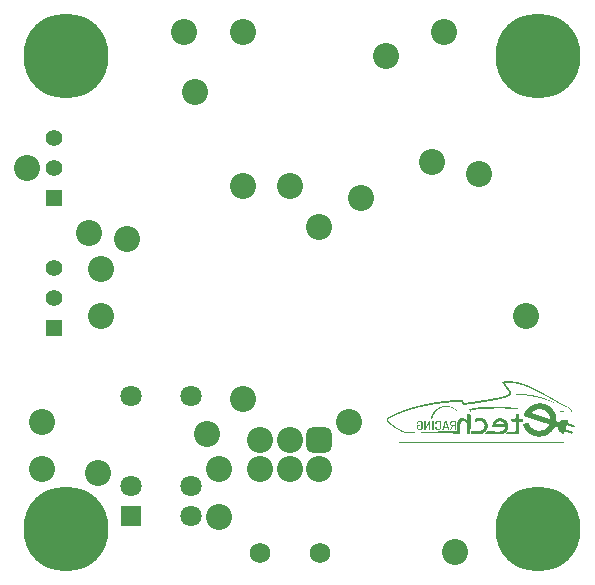
<source format=gbs>
G04*
G04 #@! TF.GenerationSoftware,Altium Limited,Altium Designer,23.9.2 (47)*
G04*
G04 Layer_Color=16711935*
%FSLAX44Y44*%
%MOMM*%
G71*
G04*
G04 #@! TF.SameCoordinates,8776A3A0-EF5A-4BC1-B825-7BE02FDD750C*
G04*
G04*
G04 #@! TF.FilePolarity,Negative*
G04*
G01*
G75*
%ADD45R,1.4032X1.4032*%
%ADD46C,1.4032*%
%ADD47C,1.8032*%
%ADD48R,1.8032X1.8032*%
%ADD49C,7.2032*%
%ADD50C,2.2032*%
G04:AMPARAMS|DCode=51|XSize=2.2032mm|YSize=2.2032mm|CornerRadius=0.6016mm|HoleSize=0mm|Usage=FLASHONLY|Rotation=0.000|XOffset=0mm|YOffset=0mm|HoleType=Round|Shape=RoundedRectangle|*
%AMROUNDEDRECTD51*
21,1,2.2032,1.0000,0,0,0.0*
21,1,1.0000,2.2032,0,0,0.0*
1,1,1.2032,0.5000,-0.5000*
1,1,1.2032,-0.5000,-0.5000*
1,1,1.2032,-0.5000,0.5000*
1,1,1.2032,0.5000,0.5000*
%
%ADD51ROUNDEDRECTD51*%
%ADD52C,1.7272*%
G36*
X434660Y213844D02*
X437132D01*
Y213745D01*
X438517D01*
Y213646D01*
X439604D01*
Y213547D01*
X440494D01*
Y213449D01*
X441384D01*
Y213350D01*
X442373D01*
Y213251D01*
X443065D01*
Y213152D01*
X443560D01*
Y213053D01*
X444252D01*
Y212954D01*
X444845D01*
Y212855D01*
X445439D01*
Y212756D01*
X445933D01*
Y212658D01*
X446428D01*
Y212559D01*
X446922D01*
Y212460D01*
X447515D01*
Y212361D01*
X448010D01*
Y212262D01*
X448405D01*
Y212163D01*
X448801D01*
Y212064D01*
X449197D01*
Y211965D01*
X449691D01*
Y211866D01*
X450185D01*
Y211768D01*
X450482D01*
Y211669D01*
X450877D01*
Y211570D01*
X451273D01*
Y211471D01*
X451669D01*
Y211372D01*
X451965D01*
Y211273D01*
X452262D01*
Y211174D01*
X452658D01*
Y211075D01*
X453053D01*
Y210977D01*
X453350D01*
Y210878D01*
X453745D01*
Y210779D01*
X453943D01*
Y210680D01*
X454339D01*
Y210581D01*
X454635D01*
Y210482D01*
X454932D01*
Y210383D01*
X455130D01*
Y210284D01*
X455426D01*
Y210185D01*
X455723D01*
Y210086D01*
X456020D01*
Y209988D01*
X456316D01*
Y209889D01*
X456514D01*
Y209790D01*
X456811D01*
Y209691D01*
X457107D01*
Y209592D01*
X457305D01*
Y209493D01*
X457602D01*
Y209394D01*
X457800D01*
Y209295D01*
X457997D01*
Y209196D01*
X458294D01*
Y209098D01*
X458492D01*
Y208999D01*
X458788D01*
Y208900D01*
X458986D01*
Y208801D01*
X459184D01*
Y208702D01*
X459481D01*
Y208603D01*
X459678D01*
Y208504D01*
X459876D01*
Y208405D01*
X460173D01*
Y208307D01*
X460371D01*
Y208208D01*
X460568D01*
Y208109D01*
X460766D01*
Y208010D01*
X460964D01*
Y207911D01*
X461162D01*
Y207812D01*
X461359D01*
Y207713D01*
X461557D01*
Y207614D01*
X461755D01*
Y207515D01*
X462052D01*
Y207416D01*
X462151D01*
Y207318D01*
X462348D01*
Y207219D01*
X462546D01*
Y207120D01*
X462744D01*
Y207021D01*
X462942D01*
Y206922D01*
X463139D01*
Y206823D01*
X463337D01*
Y206724D01*
X463436D01*
Y206527D01*
X463337D01*
Y206625D01*
X463041D01*
Y206724D01*
X462744D01*
Y206823D01*
X462546D01*
Y206922D01*
X462348D01*
Y207021D01*
X462052D01*
Y207120D01*
X461854D01*
Y207219D01*
X461656D01*
Y207318D01*
X461458D01*
Y207416D01*
X461162D01*
Y207515D01*
X460865D01*
Y207614D01*
X460667D01*
Y207713D01*
X460371D01*
Y207812D01*
X460173D01*
Y207911D01*
X459876D01*
Y208010D01*
X459580D01*
Y208109D01*
X459283D01*
Y208208D01*
X458986D01*
Y208307D01*
X458690D01*
Y208405D01*
X458393D01*
Y208504D01*
X458195D01*
Y208603D01*
X457898D01*
Y208702D01*
X457602D01*
Y208801D01*
X457305D01*
Y208900D01*
X457009D01*
Y208999D01*
X456712D01*
Y209098D01*
X456415D01*
Y209196D01*
X456119D01*
Y209295D01*
X455822D01*
Y209394D01*
X455426D01*
Y209493D01*
X455130D01*
Y209592D01*
X454833D01*
Y209691D01*
X454536D01*
Y209790D01*
X454240D01*
Y209889D01*
X453844D01*
Y209988D01*
X453548D01*
Y210086D01*
X453152D01*
Y210185D01*
X452855D01*
Y210284D01*
X452460D01*
Y210383D01*
X452064D01*
Y210482D01*
X451669D01*
Y210581D01*
X451273D01*
Y210680D01*
X450976D01*
Y210779D01*
X450482D01*
Y210878D01*
X450086D01*
Y210977D01*
X449691D01*
Y211075D01*
X449197D01*
Y211174D01*
X448801D01*
Y211273D01*
X448307D01*
Y211372D01*
X447812D01*
Y211471D01*
X447416D01*
Y211570D01*
X446922D01*
Y211669D01*
X446329D01*
Y211768D01*
X445834D01*
Y211866D01*
X445340D01*
Y211965D01*
X444845D01*
Y212064D01*
X444252D01*
Y212163D01*
X443659D01*
Y212262D01*
X442967D01*
Y212361D01*
X442373D01*
Y212460D01*
X441780D01*
Y212559D01*
X440989D01*
Y212658D01*
X440297D01*
Y212756D01*
X439506D01*
Y212855D01*
X438616D01*
Y212954D01*
X437825D01*
Y213053D01*
X436737D01*
Y213152D01*
X435649D01*
Y213251D01*
X434364D01*
Y213350D01*
X433078D01*
Y213449D01*
X431298D01*
Y213547D01*
X428628D01*
Y213646D01*
X428727D01*
Y213745D01*
X429221D01*
Y213844D01*
X432089D01*
Y213943D01*
X434660D01*
Y213844D01*
D02*
G37*
G36*
X417849Y203065D02*
X420124D01*
Y202967D01*
X422003D01*
Y202868D01*
X423288D01*
Y202769D01*
X424376D01*
Y202670D01*
X425563D01*
Y202571D01*
X426551D01*
Y202472D01*
X427540D01*
Y202373D01*
X428529D01*
Y202274D01*
X429122D01*
Y202176D01*
X429913D01*
Y202077D01*
X430803D01*
Y201978D01*
X431496D01*
Y201879D01*
X432089D01*
Y201780D01*
X432682D01*
Y201681D01*
X433375D01*
Y201582D01*
X433968D01*
Y201483D01*
X434660D01*
Y201384D01*
X435253D01*
Y201286D01*
X435352D01*
Y201088D01*
X433770D01*
Y201187D01*
X431891D01*
Y201286D01*
X430012D01*
Y201384D01*
X427441D01*
Y201483D01*
X424870D01*
Y201582D01*
X422003D01*
Y201681D01*
X412608D01*
Y201582D01*
X409246D01*
Y201483D01*
X406774D01*
Y201384D01*
X404796D01*
Y201286D01*
X403115D01*
Y201187D01*
X401731D01*
Y201088D01*
X400643D01*
Y200989D01*
X399456D01*
Y200890D01*
X398369D01*
Y200791D01*
X397380D01*
Y200692D01*
X396589D01*
Y200593D01*
X395798D01*
Y200494D01*
X395006D01*
Y200396D01*
X394215D01*
Y200297D01*
X393523D01*
Y200198D01*
X393029D01*
Y199901D01*
X393128D01*
Y199506D01*
X393227D01*
Y199209D01*
X393326D01*
Y198912D01*
X393424D01*
Y198517D01*
X393523D01*
Y198220D01*
X393622D01*
Y197923D01*
X393523D01*
Y198022D01*
X393424D01*
Y198121D01*
X393326D01*
Y198220D01*
X393227D01*
Y198418D01*
X393128D01*
Y198517D01*
X393029D01*
Y198715D01*
X392930D01*
Y198813D01*
X392831D01*
Y199011D01*
X392732D01*
Y199110D01*
X392633D01*
Y199308D01*
X392534D01*
Y199407D01*
X392435D01*
Y199604D01*
X392337D01*
Y199802D01*
X392238D01*
Y199901D01*
X392139D01*
Y200099D01*
X392040D01*
Y200198D01*
X391941D01*
Y200396D01*
X391842D01*
Y200494D01*
X391743D01*
Y200692D01*
X391644D01*
Y200791D01*
X391545D01*
Y200989D01*
X391447D01*
Y201088D01*
X391545D01*
Y201187D01*
X391941D01*
Y201286D01*
X392337D01*
Y201384D01*
X392831D01*
Y201483D01*
X393326D01*
Y201582D01*
X393820D01*
Y201681D01*
X394413D01*
Y201780D01*
X395006D01*
Y201879D01*
X395501D01*
Y201978D01*
X396193D01*
Y202077D01*
X396885D01*
Y202176D01*
X397676D01*
Y202274D01*
X398369D01*
Y202373D01*
X399061D01*
Y202472D01*
X400050D01*
Y202571D01*
X400940D01*
Y202670D01*
X402126D01*
Y202769D01*
X403115D01*
Y202868D01*
X404500D01*
Y202967D01*
X406082D01*
Y203065D01*
X408653D01*
Y203164D01*
X417849D01*
Y203065D01*
D02*
G37*
G36*
X373449Y203659D02*
X374141D01*
Y203560D01*
X374735D01*
Y203461D01*
X375130D01*
Y203362D01*
X375526D01*
Y203263D01*
X375822D01*
Y203164D01*
X376119D01*
Y203065D01*
X376416D01*
Y202967D01*
X376712D01*
Y202868D01*
X377009D01*
Y202769D01*
X377207D01*
Y202670D01*
X377405D01*
Y202571D01*
X377603D01*
Y202472D01*
X377800D01*
Y202373D01*
X377998D01*
Y202274D01*
X378196D01*
Y202176D01*
X378394D01*
Y202077D01*
X378591D01*
Y201978D01*
X378690D01*
Y201879D01*
X378888D01*
Y201780D01*
X378987D01*
Y201681D01*
X379185D01*
Y201582D01*
X379283D01*
Y201483D01*
X379481D01*
Y201384D01*
X379580D01*
Y201286D01*
X379778D01*
Y201187D01*
X379877D01*
Y201088D01*
X379976D01*
Y200989D01*
X380173D01*
Y200890D01*
X380272D01*
Y200791D01*
X380371D01*
Y200692D01*
X380470D01*
Y200593D01*
X380569D01*
Y200494D01*
X380668D01*
Y200396D01*
X380767D01*
Y200297D01*
X380866D01*
Y200198D01*
X381063D01*
Y200000D01*
X381162D01*
Y199901D01*
X381261D01*
Y199802D01*
X381360D01*
Y199604D01*
X381261D01*
Y199703D01*
X381162D01*
Y199802D01*
X381063D01*
Y199901D01*
X380866D01*
Y200000D01*
X380767D01*
Y200099D01*
X380668D01*
Y200198D01*
X380569D01*
Y200297D01*
X380371D01*
Y200396D01*
X380272D01*
Y200494D01*
X380173D01*
Y200593D01*
X380075D01*
Y200692D01*
X379877D01*
Y200791D01*
X379778D01*
Y200890D01*
X379580D01*
Y200989D01*
X379481D01*
Y201088D01*
X379283D01*
Y201187D01*
X379086D01*
Y201286D01*
X378987D01*
Y201384D01*
X378789D01*
Y201483D01*
X378591D01*
Y201582D01*
X378394D01*
Y201681D01*
X378196D01*
Y201780D01*
X377998D01*
Y201879D01*
X377701D01*
Y201978D01*
X377504D01*
Y202077D01*
X377306D01*
Y202176D01*
X377009D01*
Y202274D01*
X376712D01*
Y202373D01*
X376416D01*
Y202472D01*
X376119D01*
Y202571D01*
X375724D01*
Y202670D01*
X375328D01*
Y202769D01*
X374735D01*
Y202868D01*
X373944D01*
Y202967D01*
X371570D01*
Y202868D01*
X370680D01*
Y202769D01*
X370186D01*
Y202670D01*
X369692D01*
Y202571D01*
X369395D01*
Y202472D01*
X369098D01*
Y202373D01*
X368703D01*
Y202274D01*
X368406D01*
Y202176D01*
X368208D01*
Y202077D01*
X367911D01*
Y201978D01*
X367714D01*
Y201879D01*
X367516D01*
Y201780D01*
X367219D01*
Y201681D01*
X367121D01*
Y201582D01*
X366923D01*
Y201483D01*
X366725D01*
Y201384D01*
X366527D01*
Y201286D01*
X366329D01*
Y201187D01*
X366231D01*
Y201088D01*
X366033D01*
Y200989D01*
X365835D01*
Y200890D01*
X365736D01*
Y200791D01*
X365538D01*
Y200692D01*
X365439D01*
Y200593D01*
X365340D01*
Y200494D01*
X365143D01*
Y200396D01*
X365044D01*
Y200297D01*
X364945D01*
Y200198D01*
X364747D01*
Y200099D01*
X364648D01*
Y200000D01*
X364549D01*
Y199901D01*
X364450D01*
Y199802D01*
X364352D01*
Y199703D01*
X364253D01*
Y199604D01*
X364154D01*
Y199506D01*
X364055D01*
Y199407D01*
X363956D01*
Y199308D01*
X363857D01*
Y199209D01*
X363758D01*
Y199110D01*
X363659D01*
Y199011D01*
X363560D01*
Y198912D01*
X363462D01*
Y198813D01*
X363363D01*
Y198715D01*
X363264D01*
Y198517D01*
X363165D01*
Y198418D01*
X363066D01*
Y198319D01*
X362967D01*
Y198220D01*
X362868D01*
Y198022D01*
X362769D01*
Y197923D01*
X362671D01*
Y197824D01*
X362572D01*
Y197627D01*
X362473D01*
Y197528D01*
X362374D01*
Y197330D01*
X362275D01*
Y197231D01*
X362176D01*
Y197033D01*
X362077D01*
Y196836D01*
X361978D01*
Y196737D01*
X361880D01*
Y196539D01*
X361781D01*
Y196341D01*
X361682D01*
Y196143D01*
X361583D01*
Y195946D01*
X361484D01*
Y195748D01*
X361385D01*
Y195649D01*
Y195451D01*
X361286D01*
Y195254D01*
X361187D01*
Y194957D01*
X361088D01*
Y194759D01*
X360989D01*
Y194462D01*
X360891D01*
Y194067D01*
X360792D01*
Y193671D01*
X360693D01*
Y193276D01*
X360594D01*
Y193177D01*
X360495D01*
Y193078D01*
X359506D01*
Y193177D01*
X359308D01*
Y193473D01*
X359407D01*
Y193869D01*
X359506D01*
Y194166D01*
X359605D01*
Y194561D01*
X359704D01*
Y194858D01*
X359803D01*
Y195056D01*
X359902D01*
Y195352D01*
X360001D01*
Y195649D01*
X360099D01*
Y195847D01*
X360198D01*
Y196045D01*
X360297D01*
Y196242D01*
X360396D01*
Y196440D01*
X360495D01*
Y196638D01*
X360594D01*
Y196836D01*
X360693D01*
Y197033D01*
X360792D01*
Y197231D01*
X360891D01*
Y197429D01*
X360989D01*
Y197528D01*
X361088D01*
Y197726D01*
X361187D01*
Y197824D01*
X361286D01*
Y198022D01*
X361385D01*
Y198121D01*
X361484D01*
Y198319D01*
X361583D01*
Y198418D01*
X361682D01*
Y198517D01*
X361781D01*
Y198715D01*
X361880D01*
Y198813D01*
X361978D01*
Y198912D01*
X362077D01*
Y199110D01*
X362176D01*
Y199209D01*
X362275D01*
Y199308D01*
X362374D01*
Y199407D01*
X362473D01*
Y199506D01*
X362572D01*
Y199604D01*
X362671D01*
Y199703D01*
X362769D01*
Y199802D01*
X362868D01*
Y199901D01*
X362967D01*
Y200000D01*
X363066D01*
Y200099D01*
X363165D01*
Y200198D01*
X363264D01*
Y200297D01*
X363363D01*
Y200396D01*
X363462D01*
Y200494D01*
X363560D01*
Y200593D01*
X363659D01*
Y200692D01*
X363857D01*
Y200791D01*
X363956D01*
Y200890D01*
X364055D01*
Y200989D01*
X364154D01*
Y201088D01*
X364352D01*
Y201187D01*
X364450D01*
Y201286D01*
X364549D01*
Y201384D01*
X364747D01*
Y201483D01*
X364846D01*
Y201582D01*
X365044D01*
Y201681D01*
X365143D01*
Y201780D01*
X365340D01*
Y201879D01*
X365439D01*
Y201978D01*
X365637D01*
Y202077D01*
X365835D01*
Y202176D01*
X366033D01*
Y202274D01*
X366231D01*
Y202373D01*
X366428D01*
Y202472D01*
X366626D01*
Y202571D01*
X366824D01*
Y202670D01*
X367022D01*
Y202769D01*
X367318D01*
Y202868D01*
X367516D01*
Y202967D01*
X367813D01*
Y203065D01*
X368109D01*
Y203164D01*
X368406D01*
Y203263D01*
X368703D01*
Y203362D01*
X369098D01*
Y203461D01*
X369593D01*
Y203560D01*
X370186D01*
Y203659D01*
X370878D01*
Y203758D01*
X373449D01*
Y203659D01*
D02*
G37*
G36*
X427540Y224623D02*
X428430D01*
Y224524D01*
X429122D01*
Y224425D01*
X429815D01*
Y224326D01*
X430507D01*
Y224227D01*
X431100D01*
Y224128D01*
X431693D01*
Y224030D01*
X432089D01*
Y223931D01*
X432584D01*
Y223832D01*
X433078D01*
Y223733D01*
X433474D01*
Y223634D01*
X433869D01*
Y223535D01*
X434265D01*
Y223436D01*
X434561D01*
Y223337D01*
X434957D01*
Y223238D01*
X435352D01*
Y223139D01*
X435649D01*
Y223041D01*
X436045D01*
Y222942D01*
X436341D01*
Y222843D01*
X436638D01*
Y222744D01*
X437033D01*
Y222645D01*
X437231D01*
Y222546D01*
X437528D01*
Y222447D01*
X437825D01*
Y222348D01*
X438220D01*
Y222250D01*
X438517D01*
Y222151D01*
X438714D01*
Y222052D01*
X439011D01*
Y221953D01*
X439308D01*
Y221854D01*
X439506D01*
Y221755D01*
X439802D01*
Y221656D01*
X440000D01*
Y221557D01*
X440297D01*
Y221458D01*
X440593D01*
Y221360D01*
X440890D01*
Y221261D01*
X441088D01*
Y221162D01*
X441384D01*
Y221063D01*
X441582D01*
Y220964D01*
X441780D01*
Y220865D01*
X442077D01*
Y220766D01*
X442274D01*
Y220667D01*
X442472D01*
Y220569D01*
X442670D01*
Y220470D01*
X442967D01*
Y220371D01*
X443164D01*
Y220272D01*
X443362D01*
Y220173D01*
X443560D01*
Y220074D01*
X443857D01*
Y219975D01*
X444054D01*
Y219876D01*
X444252D01*
Y219777D01*
X444450D01*
Y219678D01*
X444648D01*
Y219580D01*
X444845D01*
Y219481D01*
X445043D01*
Y219382D01*
X445241D01*
Y219283D01*
X445439D01*
Y219184D01*
X445636D01*
Y219085D01*
X445933D01*
Y218986D01*
X446131D01*
Y218887D01*
X446329D01*
Y218789D01*
X446526D01*
Y218690D01*
X446724D01*
Y218591D01*
X446922D01*
Y218492D01*
X447120D01*
Y218393D01*
X447318D01*
Y218294D01*
X447515D01*
Y218195D01*
X447713D01*
Y218096D01*
X447911D01*
Y217997D01*
X448109D01*
Y217899D01*
X448307D01*
Y217800D01*
X448504D01*
Y217701D01*
X448702D01*
Y217602D01*
X448900D01*
Y217503D01*
X449098D01*
Y217404D01*
X449197D01*
Y217305D01*
X449394D01*
Y217206D01*
X449592D01*
Y217107D01*
X449790D01*
Y217008D01*
X449987D01*
Y216910D01*
X450185D01*
Y216811D01*
X450383D01*
Y216712D01*
X450581D01*
Y216613D01*
X450779D01*
Y216514D01*
X450877D01*
Y216415D01*
X451075D01*
Y216316D01*
X451273D01*
Y216217D01*
X451471D01*
Y216119D01*
X451669D01*
Y216020D01*
X451866D01*
Y215921D01*
X452064D01*
Y215822D01*
X452163D01*
Y215723D01*
X452460D01*
Y215624D01*
X452559D01*
Y215525D01*
X452756D01*
Y215426D01*
X452954D01*
Y215327D01*
X453152D01*
Y215229D01*
X453350D01*
Y215130D01*
X453548D01*
Y215031D01*
X453646D01*
Y214932D01*
X453844D01*
Y214833D01*
X454042D01*
Y214734D01*
X454240D01*
Y214635D01*
X454437D01*
Y214536D01*
X454536D01*
Y214438D01*
X454734D01*
Y214339D01*
X454932D01*
Y214240D01*
X455130D01*
Y214141D01*
X455327D01*
Y214042D01*
X455426D01*
Y213943D01*
X455624D01*
Y213844D01*
X455822D01*
Y213745D01*
X456020D01*
Y213646D01*
X456119D01*
Y213547D01*
X456316D01*
Y213449D01*
X456514D01*
Y213350D01*
X456712D01*
Y213251D01*
X456811D01*
Y213152D01*
X457009D01*
Y213053D01*
X457206D01*
Y212954D01*
X457404D01*
Y212855D01*
X457602D01*
Y212756D01*
X457701D01*
Y212658D01*
X457898D01*
Y212559D01*
X458096D01*
Y212460D01*
X458294D01*
Y212361D01*
X458393D01*
Y212262D01*
X458591D01*
Y212163D01*
X458788D01*
Y212064D01*
X458887D01*
Y211965D01*
X459085D01*
Y211866D01*
X459283D01*
Y211768D01*
X459481D01*
Y211669D01*
X459580D01*
Y211570D01*
X459777D01*
Y211471D01*
X459975D01*
Y211372D01*
X460173D01*
Y211273D01*
X460272D01*
Y211174D01*
X460470D01*
Y211075D01*
X460667D01*
Y210977D01*
X460865D01*
Y210878D01*
X460964D01*
Y210779D01*
X461162D01*
Y210680D01*
X461359D01*
Y210581D01*
X461458D01*
Y210482D01*
X461656D01*
Y210383D01*
X461854D01*
Y210284D01*
X461953D01*
Y210185D01*
X462151D01*
Y210086D01*
X462348D01*
Y209988D01*
X462546D01*
Y209889D01*
X462645D01*
Y209790D01*
X462843D01*
Y209691D01*
X463041D01*
Y209592D01*
X463238D01*
Y209493D01*
X463337D01*
Y209394D01*
X463535D01*
Y209295D01*
X463733D01*
Y209196D01*
X463931D01*
Y209098D01*
X464030D01*
Y208999D01*
X464227D01*
Y208900D01*
X464425D01*
Y208801D01*
X464524D01*
Y208702D01*
X464722D01*
Y208603D01*
X464920D01*
Y208504D01*
X465117D01*
Y208405D01*
X465216D01*
Y208307D01*
X465414D01*
Y208208D01*
X465612D01*
Y208109D01*
X465710D01*
Y208010D01*
X465908D01*
Y207911D01*
X466106D01*
Y207812D01*
X466205D01*
Y207713D01*
X466403D01*
Y207614D01*
X466600D01*
Y207515D01*
X466699D01*
Y207416D01*
X466897D01*
Y207318D01*
X467095D01*
Y207219D01*
X467194D01*
Y207120D01*
X467392D01*
Y207021D01*
X467589D01*
Y206922D01*
X467787D01*
Y206823D01*
X467886D01*
Y206724D01*
X468084D01*
Y206625D01*
X468282D01*
Y206527D01*
X468479D01*
Y206428D01*
X468578D01*
Y206329D01*
X468776D01*
Y206230D01*
X468974D01*
Y206131D01*
X469172D01*
Y206032D01*
X469369D01*
Y205933D01*
X469567D01*
Y205834D01*
X469765D01*
Y205735D01*
X469963D01*
Y205637D01*
X470062D01*
Y205538D01*
X470259D01*
Y205439D01*
X470457D01*
Y205340D01*
X470655D01*
Y205241D01*
X470853D01*
Y205142D01*
X471050D01*
Y205043D01*
X471248D01*
Y204944D01*
X471446D01*
Y204846D01*
X471644D01*
Y204747D01*
X471842D01*
Y204648D01*
X472039D01*
Y204549D01*
X472237D01*
Y204450D01*
X472435D01*
Y204351D01*
X472633D01*
Y204252D01*
X472929D01*
Y204153D01*
X473127D01*
Y204054D01*
X473325D01*
Y203955D01*
X473523D01*
Y203857D01*
X473720D01*
Y203758D01*
X473918D01*
Y203659D01*
X474215D01*
Y203560D01*
X474413D01*
Y203461D01*
X474709D01*
Y203362D01*
X474907D01*
Y203263D01*
X475105D01*
Y203164D01*
X475401D01*
Y203065D01*
X475599D01*
Y202967D01*
X475797D01*
Y202868D01*
X475896D01*
Y202769D01*
X476094D01*
Y202670D01*
X476292D01*
Y202571D01*
X476390D01*
Y202472D01*
X476489D01*
Y202373D01*
X476687D01*
Y202274D01*
X476786D01*
Y202176D01*
X476885D01*
Y202077D01*
X476984D01*
Y201978D01*
X477082D01*
Y201879D01*
X477181D01*
Y201780D01*
X477280D01*
Y201681D01*
X477379D01*
Y201582D01*
X477478D01*
Y201483D01*
X477577D01*
Y201384D01*
X477676D01*
Y201286D01*
X477775D01*
Y201088D01*
X477874D01*
Y200989D01*
X477972D01*
Y200890D01*
X478071D01*
Y200692D01*
X478170D01*
Y200494D01*
X478269D01*
Y200297D01*
X478368D01*
Y200099D01*
X478467D01*
Y199901D01*
X478566D01*
Y199110D01*
X478467D01*
Y199011D01*
X477577D01*
Y199110D01*
X471644D01*
Y199011D01*
X470062D01*
Y198912D01*
X469271D01*
Y198813D01*
X468578D01*
Y198715D01*
X467985D01*
Y198616D01*
X467491D01*
Y198517D01*
X467095D01*
Y198418D01*
X466798D01*
Y198319D01*
X466502D01*
Y198220D01*
X466304D01*
Y198121D01*
X466205D01*
Y198022D01*
X466007D01*
Y197923D01*
X465908D01*
Y197824D01*
X465710D01*
Y198022D01*
X465810D01*
Y198121D01*
X465908D01*
Y198220D01*
X466106D01*
Y198319D01*
X466205D01*
Y198418D01*
X466403D01*
Y198517D01*
X466600D01*
Y198616D01*
X466897D01*
Y198715D01*
X467194D01*
Y198813D01*
X467589D01*
Y198912D01*
X467985D01*
Y199011D01*
X468381D01*
Y199110D01*
X469073D01*
Y199209D01*
X470062D01*
Y199308D01*
X471149D01*
Y199407D01*
X472534D01*
Y199506D01*
X475401D01*
Y199604D01*
X475599D01*
Y199506D01*
X475797D01*
Y199604D01*
X476094D01*
Y199506D01*
X476489D01*
Y199604D01*
X476687D01*
Y199506D01*
X478071D01*
Y199802D01*
X477972D01*
Y200099D01*
X477874D01*
Y200198D01*
X477775D01*
Y200396D01*
X477676D01*
Y200494D01*
X477577D01*
Y200692D01*
X477478D01*
Y200791D01*
X477379D01*
Y200890D01*
X477280D01*
Y201088D01*
X477181D01*
Y201187D01*
X477082D01*
Y201286D01*
X476984D01*
Y201384D01*
X476885D01*
Y201483D01*
X476786D01*
Y201582D01*
X476588D01*
Y201681D01*
X476489D01*
Y201780D01*
X476390D01*
Y201879D01*
X476292D01*
Y201978D01*
X476094D01*
Y202077D01*
X475995D01*
Y202176D01*
X475797D01*
Y202274D01*
X475599D01*
Y202373D01*
X475401D01*
Y202472D01*
X475204D01*
Y202571D01*
X475006D01*
Y202670D01*
X474709D01*
Y202769D01*
X474511D01*
Y202868D01*
X474215D01*
Y202967D01*
X474017D01*
Y203065D01*
X473720D01*
Y203164D01*
X473523D01*
Y203263D01*
X473226D01*
Y203362D01*
X473028D01*
Y203461D01*
X472830D01*
Y203560D01*
X472633D01*
Y203659D01*
X472336D01*
Y203758D01*
X472138D01*
Y203857D01*
X471940D01*
Y203955D01*
X471743D01*
Y204054D01*
X471545D01*
Y204153D01*
X471248D01*
Y204252D01*
X471050D01*
Y204351D01*
X470853D01*
Y204450D01*
X470655D01*
Y204549D01*
X470457D01*
Y204648D01*
X470259D01*
Y204747D01*
X470062D01*
Y204846D01*
X469864D01*
Y204944D01*
X469666D01*
Y205043D01*
X469468D01*
Y205142D01*
X469271D01*
Y205241D01*
X469073D01*
Y205340D01*
X468875D01*
Y205439D01*
X468677D01*
Y205538D01*
X468479D01*
Y205637D01*
X468282D01*
Y205735D01*
X468084D01*
Y205834D01*
X467886D01*
Y205933D01*
X467787D01*
Y206032D01*
X467589D01*
Y206131D01*
X467392D01*
Y206230D01*
X467194D01*
Y206329D01*
X466996D01*
Y206428D01*
X466798D01*
Y206527D01*
X466600D01*
Y206625D01*
X466403D01*
Y206724D01*
X466304D01*
Y206823D01*
X466106D01*
Y206922D01*
X465908D01*
Y207021D01*
X465710D01*
Y207120D01*
X465513D01*
Y207219D01*
X465414D01*
Y207318D01*
X465216D01*
Y207416D01*
X465018D01*
Y207515D01*
X464821D01*
Y207614D01*
X464722D01*
Y207713D01*
X464524D01*
Y207812D01*
X464326D01*
Y207911D01*
X464227D01*
Y208010D01*
X464030D01*
Y208109D01*
X463832D01*
Y208208D01*
X463634D01*
Y208307D01*
X463436D01*
Y208405D01*
X463337D01*
Y208504D01*
X463139D01*
Y208603D01*
X462942D01*
Y208702D01*
X462744D01*
Y208801D01*
X462546D01*
Y208900D01*
X462348D01*
Y208999D01*
X462249D01*
Y209098D01*
X462052D01*
Y209196D01*
X461854D01*
Y209295D01*
X461656D01*
Y209394D01*
X461458D01*
Y209493D01*
X461359D01*
Y209592D01*
X461162D01*
Y209691D01*
X460964D01*
Y209790D01*
X460766D01*
Y209889D01*
X460568D01*
Y209988D01*
X460470D01*
Y210086D01*
X460272D01*
Y210185D01*
X460074D01*
Y210284D01*
X459876D01*
Y210383D01*
X459678D01*
Y210482D01*
X459580D01*
Y210581D01*
X459382D01*
Y210680D01*
X459184D01*
Y210779D01*
X458986D01*
Y210878D01*
X458887D01*
Y210977D01*
X458690D01*
Y211075D01*
X458492D01*
Y211174D01*
X458294D01*
Y211273D01*
X458096D01*
Y211372D01*
X457997D01*
Y211471D01*
X457800D01*
Y211570D01*
X457602D01*
Y211669D01*
X457404D01*
Y211768D01*
X457305D01*
Y211866D01*
X457107D01*
Y211965D01*
X456910D01*
Y212064D01*
X456712D01*
Y212163D01*
X456514D01*
Y212262D01*
X456316D01*
Y212361D01*
X456119D01*
Y212460D01*
X456020D01*
Y212559D01*
X455822D01*
Y212658D01*
X455624D01*
Y212756D01*
X455426D01*
Y212855D01*
X455229D01*
Y212954D01*
X455031D01*
Y213053D01*
X454932D01*
Y213152D01*
X454734D01*
Y213251D01*
X454536D01*
Y213350D01*
X454339D01*
Y213449D01*
X454141D01*
Y213547D01*
X453943D01*
Y213646D01*
X453745D01*
Y213745D01*
X453646D01*
Y213844D01*
X453449D01*
Y213943D01*
X453251D01*
Y214042D01*
X453053D01*
Y214141D01*
X452855D01*
Y214240D01*
X452658D01*
Y214339D01*
X452460D01*
Y214438D01*
X452361D01*
Y214536D01*
X452163D01*
Y214635D01*
X451965D01*
Y214734D01*
X451768D01*
Y214833D01*
X451570D01*
Y214932D01*
X451372D01*
Y215031D01*
X451174D01*
Y215130D01*
X450976D01*
Y215229D01*
X450779D01*
Y215327D01*
X450581D01*
Y215426D01*
X450383D01*
Y215525D01*
X450185D01*
Y215624D01*
X449987D01*
Y215723D01*
X449790D01*
Y215822D01*
X449592D01*
Y215921D01*
X449394D01*
Y216020D01*
X449197D01*
Y216119D01*
X448999D01*
Y216217D01*
X448801D01*
Y216316D01*
X448603D01*
Y216415D01*
X448405D01*
Y216514D01*
X448208D01*
Y216613D01*
X448010D01*
Y216712D01*
X447911D01*
Y216811D01*
X447614D01*
Y216910D01*
X447416D01*
Y217008D01*
X447219D01*
Y217107D01*
X447021D01*
Y217206D01*
X446823D01*
Y217305D01*
X446625D01*
Y217404D01*
X446428D01*
Y217503D01*
X446230D01*
Y217602D01*
X446032D01*
Y217701D01*
X445834D01*
Y217800D01*
X445636D01*
Y217899D01*
X445439D01*
Y217997D01*
X445142D01*
Y218096D01*
X444944D01*
Y218195D01*
X444747D01*
Y218294D01*
X444549D01*
Y218393D01*
X444351D01*
Y218492D01*
X444153D01*
Y218591D01*
X443955D01*
Y218690D01*
X443758D01*
Y218789D01*
X443461D01*
Y218887D01*
X443263D01*
Y218986D01*
X443065D01*
Y219085D01*
X442868D01*
Y219184D01*
X442571D01*
Y219283D01*
X442373D01*
Y219382D01*
X442077D01*
Y219481D01*
X441879D01*
Y219580D01*
X441681D01*
Y219678D01*
X441483D01*
Y219777D01*
X441187D01*
Y219876D01*
X440989D01*
Y219975D01*
X440692D01*
Y220074D01*
X440494D01*
Y220173D01*
X440198D01*
Y220272D01*
X439901D01*
Y220371D01*
X439604D01*
Y220470D01*
X439407D01*
Y220569D01*
X439110D01*
Y220667D01*
X438912D01*
Y220766D01*
X438616D01*
Y220865D01*
X438319D01*
Y220964D01*
X438022D01*
Y221063D01*
X437726D01*
Y221162D01*
X437429D01*
Y221261D01*
X437033D01*
Y221360D01*
X436836D01*
Y221458D01*
X436440D01*
Y221557D01*
X436143D01*
Y221656D01*
X435748D01*
Y221755D01*
X435451D01*
Y221854D01*
X435056D01*
Y221953D01*
X434759D01*
Y222052D01*
X434364D01*
Y222151D01*
X433968D01*
Y222250D01*
X433572D01*
Y222348D01*
X433177D01*
Y222447D01*
X432682D01*
Y222546D01*
X432188D01*
Y222645D01*
X431693D01*
Y222744D01*
X431199D01*
Y222843D01*
X430606D01*
Y222942D01*
X430012D01*
Y223041D01*
X429221D01*
Y223139D01*
X428331D01*
Y223238D01*
X427342D01*
Y223337D01*
X422695D01*
Y223238D01*
X422003D01*
Y223139D01*
X421805D01*
Y222942D01*
X421904D01*
Y222843D01*
X422003D01*
Y222744D01*
X422102D01*
Y222546D01*
X422200D01*
Y222447D01*
X422299D01*
Y222348D01*
X422398D01*
Y222151D01*
X422497D01*
Y222052D01*
X422596D01*
Y221854D01*
X422695D01*
Y221755D01*
X422794D01*
Y221656D01*
X422893D01*
Y221458D01*
X422991D01*
Y221360D01*
X423090D01*
Y221162D01*
X423189D01*
Y221063D01*
X423288D01*
Y220964D01*
X423387D01*
Y220766D01*
X423486D01*
Y220667D01*
X423585D01*
Y220569D01*
X423684D01*
Y220371D01*
X423783D01*
Y220272D01*
X423881D01*
Y220074D01*
X423980D01*
Y219975D01*
X424079D01*
Y219876D01*
X424178D01*
Y219678D01*
X424277D01*
Y219580D01*
X424376D01*
Y219481D01*
X424475D01*
Y219283D01*
X424574D01*
Y219184D01*
X424673D01*
Y219085D01*
X424771D01*
Y218887D01*
X424870D01*
Y218789D01*
X424969D01*
Y218591D01*
X425068D01*
Y218492D01*
X425167D01*
Y218393D01*
X425266D01*
Y218195D01*
X425365D01*
Y218096D01*
X425464D01*
Y217997D01*
X425563D01*
Y217899D01*
X425662D01*
Y217701D01*
X425760D01*
Y217602D01*
X425859D01*
Y217503D01*
X425958D01*
Y217305D01*
X426057D01*
Y217206D01*
X426156D01*
Y217107D01*
X426255D01*
Y216910D01*
X426354D01*
Y216811D01*
X426452D01*
Y216712D01*
X426551D01*
Y216514D01*
X426650D01*
Y216415D01*
X426749D01*
Y216217D01*
X426848D01*
Y216020D01*
X426947D01*
Y215723D01*
X427046D01*
Y215426D01*
X427145D01*
Y214438D01*
X427046D01*
Y214042D01*
X426947D01*
Y213844D01*
X426848D01*
Y213646D01*
X426749D01*
Y213449D01*
X426650D01*
Y213350D01*
X426551D01*
Y213152D01*
X426452D01*
Y213053D01*
X426354D01*
Y212954D01*
X426255D01*
Y212855D01*
X426156D01*
Y212756D01*
X426057D01*
Y212658D01*
X425958D01*
Y212559D01*
X425859D01*
Y212460D01*
X425760D01*
Y212361D01*
X425563D01*
Y212262D01*
X425464D01*
Y212163D01*
X425266D01*
Y212064D01*
X425167D01*
Y211965D01*
X424969D01*
Y211866D01*
X424870D01*
Y211768D01*
X424673D01*
Y211669D01*
X424475D01*
Y211570D01*
X424277D01*
Y211471D01*
X424079D01*
Y211372D01*
X423881D01*
Y211273D01*
X423684D01*
Y211174D01*
X423387D01*
Y211075D01*
X423189D01*
Y210977D01*
X422893D01*
Y210878D01*
X422695D01*
Y210779D01*
X422398D01*
Y210680D01*
X422102D01*
Y210581D01*
X421805D01*
Y210482D01*
X421508D01*
Y210383D01*
X421113D01*
Y210284D01*
X420717D01*
Y210185D01*
X420322D01*
Y210086D01*
X419926D01*
Y209988D01*
X419530D01*
Y209889D01*
X419036D01*
Y209790D01*
X418542D01*
Y209691D01*
X418146D01*
Y209592D01*
X417751D01*
Y209493D01*
X417256D01*
Y209394D01*
X416762D01*
Y209295D01*
X416267D01*
Y209196D01*
X415773D01*
Y209098D01*
X415377D01*
Y208999D01*
X414784D01*
Y208900D01*
X414290D01*
Y208801D01*
X413795D01*
Y208702D01*
X413301D01*
Y208603D01*
X412806D01*
Y208504D01*
X412213D01*
Y208405D01*
X411619D01*
Y208307D01*
X411125D01*
Y208208D01*
X410631D01*
Y208109D01*
X410037D01*
Y208010D01*
X409444D01*
Y207911D01*
X408851D01*
Y207812D01*
X408257D01*
Y207713D01*
X407763D01*
Y207614D01*
X407170D01*
Y207515D01*
X406576D01*
Y207416D01*
X405983D01*
Y207318D01*
X405291D01*
Y207219D01*
X404796D01*
Y207120D01*
X404203D01*
Y207021D01*
X403511D01*
Y206922D01*
X402918D01*
Y206823D01*
X402225D01*
Y206724D01*
X401731D01*
Y206625D01*
X401039D01*
Y206527D01*
X400346D01*
Y206428D01*
X399654D01*
Y206329D01*
X399061D01*
Y206230D01*
X398468D01*
Y206131D01*
X397775D01*
Y206032D01*
X397083D01*
Y205933D01*
X396391D01*
Y205834D01*
X395798D01*
Y205735D01*
X395105D01*
Y205637D01*
X394413D01*
Y205538D01*
X393523D01*
Y205439D01*
X392930D01*
Y205340D01*
X392238D01*
Y205241D01*
X391545D01*
Y205142D01*
X390754D01*
Y205043D01*
X389963D01*
Y204944D01*
X389271D01*
Y204846D01*
X388579D01*
Y204747D01*
X387293D01*
Y204846D01*
X386997D01*
Y204944D01*
X386799D01*
Y205043D01*
X386601D01*
Y205142D01*
X386502D01*
Y205241D01*
X386305D01*
Y205340D01*
X386206D01*
Y205439D01*
X386107D01*
Y205538D01*
X386008D01*
Y205735D01*
X385909D01*
Y205834D01*
X385810D01*
Y206032D01*
X385711D01*
Y206230D01*
X385612D01*
Y206428D01*
X385513D01*
Y206724D01*
X385415D01*
Y206922D01*
X385316D01*
Y207219D01*
X385217D01*
Y207416D01*
X384228D01*
Y207318D01*
X382646D01*
Y207219D01*
X380965D01*
Y207120D01*
X378987D01*
Y207021D01*
X377504D01*
Y206922D01*
X376416D01*
Y206823D01*
X375427D01*
Y206724D01*
X374339D01*
Y206625D01*
X373251D01*
Y206527D01*
X372065D01*
Y206428D01*
X370977D01*
Y206329D01*
X370285D01*
Y206230D01*
X369494D01*
Y206131D01*
X368703D01*
Y206032D01*
X367813D01*
Y205933D01*
X367121D01*
Y205834D01*
X366329D01*
Y205735D01*
X365637D01*
Y205637D01*
X364846D01*
Y205538D01*
X364055D01*
Y205439D01*
X363462D01*
Y205340D01*
X362967D01*
Y205241D01*
X362275D01*
Y205142D01*
X361682D01*
Y205043D01*
X361088D01*
Y204944D01*
X360396D01*
Y204846D01*
X359902D01*
Y204747D01*
X359308D01*
Y204648D01*
X358616D01*
Y204549D01*
X358122D01*
Y204450D01*
X357627D01*
Y204351D01*
X357133D01*
Y204252D01*
X356638D01*
Y204153D01*
X356144D01*
Y204054D01*
X355650D01*
Y203955D01*
X355155D01*
Y203857D01*
X354661D01*
Y203758D01*
X354166D01*
Y203659D01*
X353672D01*
Y203560D01*
X353177D01*
Y203461D01*
X352782D01*
Y203362D01*
X352287D01*
Y203263D01*
X351892D01*
Y203164D01*
X351496D01*
Y203065D01*
X351101D01*
Y202967D01*
X350705D01*
Y202868D01*
X350211D01*
Y202769D01*
X349815D01*
Y202670D01*
X349420D01*
Y202571D01*
X349024D01*
Y202472D01*
X348629D01*
Y202373D01*
X348233D01*
Y202274D01*
X347739D01*
Y202176D01*
X347343D01*
Y202077D01*
X347046D01*
Y201978D01*
X346651D01*
Y201879D01*
X346354D01*
Y201780D01*
X345959D01*
Y201681D01*
X345563D01*
Y201582D01*
X345266D01*
Y201483D01*
X344871D01*
Y201384D01*
X344574D01*
Y201286D01*
X344179D01*
Y201187D01*
X343783D01*
Y201088D01*
X343487D01*
Y200989D01*
X343091D01*
Y200890D01*
X342794D01*
Y200791D01*
X342399D01*
Y200692D01*
X342102D01*
Y200593D01*
X341805D01*
Y200494D01*
X341509D01*
Y200396D01*
X341212D01*
Y200297D01*
X340817D01*
Y200198D01*
X340619D01*
Y200099D01*
X340223D01*
Y200000D01*
X339927D01*
Y199901D01*
X339630D01*
Y199802D01*
X339333D01*
Y199703D01*
X339037D01*
Y199604D01*
X338740D01*
Y199506D01*
X338443D01*
Y199407D01*
X338147D01*
Y199308D01*
X337850D01*
Y199209D01*
X337553D01*
Y199110D01*
X337257D01*
Y199011D01*
X336960D01*
Y198912D01*
X336762D01*
Y198813D01*
X336466D01*
Y198715D01*
X336169D01*
Y198616D01*
X335872D01*
Y198517D01*
X335576D01*
Y198418D01*
X335279D01*
Y198319D01*
X335081D01*
Y198220D01*
X334785D01*
Y198121D01*
X334587D01*
Y198022D01*
X334290D01*
Y197923D01*
X334092D01*
Y197824D01*
X333796D01*
Y197726D01*
X333598D01*
Y197627D01*
X333301D01*
Y197528D01*
X333004D01*
Y197429D01*
X332807D01*
Y197330D01*
X332510D01*
Y197231D01*
X332312D01*
Y197132D01*
X332016D01*
Y197033D01*
X331818D01*
Y196935D01*
X331620D01*
Y196836D01*
X331323D01*
Y196737D01*
X331126D01*
Y196638D01*
X330928D01*
Y196539D01*
X330631D01*
Y196440D01*
X330434D01*
Y196341D01*
X330236D01*
Y196242D01*
X329939D01*
Y196143D01*
X329741D01*
Y196045D01*
X329543D01*
Y195946D01*
X329346D01*
Y195847D01*
X329148D01*
Y195748D01*
X328851D01*
Y195649D01*
X328653D01*
Y195550D01*
X328456D01*
Y195451D01*
X328258D01*
Y195352D01*
X328060D01*
Y195254D01*
X327763D01*
Y195154D01*
X327566D01*
Y195056D01*
X327368D01*
Y194957D01*
X327170D01*
Y194858D01*
X326973D01*
Y194759D01*
X326775D01*
Y194660D01*
X326577D01*
Y194561D01*
X326379D01*
Y194462D01*
X326280D01*
Y194363D01*
X325984D01*
Y194265D01*
X325786D01*
Y194166D01*
X325588D01*
Y194067D01*
X325489D01*
Y193968D01*
X325291D01*
Y193869D01*
X325094D01*
Y193770D01*
X324896D01*
Y193671D01*
X324698D01*
Y193572D01*
X324500D01*
Y193473D01*
X324401D01*
Y193375D01*
X324204D01*
Y193276D01*
X324006D01*
Y193177D01*
X323808D01*
Y193078D01*
X323709D01*
Y192979D01*
X323511D01*
Y192880D01*
X323314D01*
Y192781D01*
X323215D01*
Y192682D01*
X323116D01*
Y192584D01*
X323017D01*
Y192188D01*
X323116D01*
Y191792D01*
X323215D01*
Y191595D01*
X323314D01*
Y191397D01*
X323413D01*
Y191199D01*
X323511D01*
Y191001D01*
X323610D01*
Y190902D01*
X323709D01*
Y190705D01*
X323808D01*
Y190606D01*
X323907D01*
Y190507D01*
X324006D01*
Y190309D01*
X324105D01*
Y190210D01*
X324204D01*
Y190111D01*
X324302D01*
Y190012D01*
X324401D01*
Y189914D01*
X324500D01*
Y189815D01*
X324599D01*
Y189716D01*
X324698D01*
Y189617D01*
X324797D01*
Y189518D01*
X324896D01*
Y189419D01*
X324995D01*
Y189320D01*
X325094D01*
Y189221D01*
X325192D01*
Y189123D01*
X325291D01*
Y189024D01*
X325390D01*
Y188925D01*
X325489D01*
Y188826D01*
X325588D01*
Y188727D01*
X325687D01*
Y188628D01*
X325885D01*
Y188529D01*
X325984D01*
Y188430D01*
X326082D01*
Y188331D01*
X326181D01*
Y188232D01*
X326280D01*
Y188134D01*
X326478D01*
Y188035D01*
X326577D01*
Y187936D01*
X326676D01*
Y187837D01*
X326775D01*
Y187738D01*
X326973D01*
Y187639D01*
X327071D01*
Y187540D01*
X327170D01*
Y187441D01*
X327368D01*
Y187342D01*
X327467D01*
Y187244D01*
X327665D01*
Y187145D01*
X327763D01*
Y187046D01*
X327862D01*
Y186947D01*
X328060D01*
Y186848D01*
X328159D01*
Y186749D01*
X328357D01*
Y186650D01*
X328456D01*
Y186551D01*
X328653D01*
Y186453D01*
X328752D01*
Y186354D01*
X328950D01*
Y186255D01*
X329049D01*
Y186156D01*
X329247D01*
Y186057D01*
X329346D01*
Y185958D01*
X329543D01*
Y185859D01*
X329642D01*
Y185760D01*
X329840D01*
Y185662D01*
X330038D01*
Y185562D01*
X330137D01*
Y185464D01*
X330335D01*
Y185365D01*
X330434D01*
Y185266D01*
X330631D01*
Y185167D01*
X330829D01*
Y185068D01*
X330928D01*
Y184969D01*
X331126D01*
Y184870D01*
X331323D01*
Y184771D01*
X331422D01*
Y184673D01*
X331620D01*
Y184574D01*
X331818D01*
Y184475D01*
X332016D01*
Y184376D01*
X332115D01*
Y184277D01*
X332312D01*
Y184178D01*
X332510D01*
Y184079D01*
X332708D01*
Y183980D01*
X332906D01*
Y183881D01*
X333004D01*
Y183783D01*
X333202D01*
Y183684D01*
X333400D01*
Y183585D01*
X333598D01*
Y183486D01*
X333796D01*
Y183387D01*
X333993D01*
Y183288D01*
X334191D01*
Y183189D01*
X334290D01*
Y183090D01*
X334488D01*
Y182992D01*
X334686D01*
Y182893D01*
X334883D01*
Y182794D01*
X335081D01*
Y182695D01*
X335279D01*
Y182596D01*
X335477D01*
Y182497D01*
X335675D01*
Y182398D01*
X335872D01*
Y182299D01*
X336070D01*
Y182200D01*
X336268D01*
Y182101D01*
X336466D01*
Y182003D01*
X336663D01*
Y181904D01*
X336861D01*
Y181805D01*
X338839D01*
Y181706D01*
X341608D01*
Y181607D01*
X344179D01*
Y181508D01*
X348332D01*
Y181607D01*
X351101D01*
Y181706D01*
X353870D01*
Y181805D01*
X356638D01*
Y181904D01*
X359407D01*
Y182003D01*
X362176D01*
Y182101D01*
X365044D01*
Y182200D01*
X367813D01*
Y182299D01*
X370582D01*
Y182398D01*
X373449D01*
Y182497D01*
X381657D01*
Y185760D01*
X381756D01*
Y190012D01*
X381855D01*
Y190507D01*
X381954D01*
Y190804D01*
X382052D01*
Y191001D01*
X382151D01*
Y191298D01*
X382250D01*
Y191397D01*
X382349D01*
Y191595D01*
X382448D01*
Y191792D01*
X382547D01*
Y191891D01*
X382646D01*
Y191990D01*
X382744D01*
Y192089D01*
X382844D01*
Y192287D01*
X382942D01*
Y192386D01*
X383041D01*
Y192485D01*
X383239D01*
Y192584D01*
X383338D01*
Y192682D01*
X383437D01*
Y192781D01*
X383536D01*
Y192880D01*
X383733D01*
Y192979D01*
X383832D01*
Y193078D01*
X384030D01*
Y193177D01*
X384327D01*
Y193276D01*
X384525D01*
Y193375D01*
X384821D01*
Y193473D01*
X385513D01*
Y193572D01*
X386206D01*
Y193473D01*
X386799D01*
Y193375D01*
X387096D01*
Y193276D01*
X387392D01*
Y193177D01*
X387689D01*
Y193078D01*
X387887D01*
Y192979D01*
X388084D01*
Y192880D01*
X388183D01*
Y192781D01*
X388381D01*
Y192682D01*
X388480D01*
Y192584D01*
X388678D01*
Y192485D01*
X388777D01*
Y192386D01*
X388876D01*
Y192287D01*
X388974D01*
Y192188D01*
X389172D01*
Y192089D01*
X389271D01*
Y191990D01*
X389370D01*
Y191891D01*
X389469D01*
Y191792D01*
X389568D01*
Y191694D01*
X389963D01*
Y191792D01*
X390062D01*
Y196440D01*
X390161D01*
Y196539D01*
X390260D01*
Y196737D01*
X390359D01*
Y196836D01*
X390557D01*
Y196935D01*
X392435D01*
Y196836D01*
X392534D01*
Y196737D01*
X392633D01*
Y196638D01*
X392732D01*
Y196539D01*
X392831D01*
Y196440D01*
X392930D01*
Y184673D01*
X392831D01*
Y180519D01*
X392732D01*
Y180420D01*
X392633D01*
Y180223D01*
X392435D01*
Y180124D01*
X392337D01*
Y180025D01*
X390557D01*
Y180124D01*
X390359D01*
Y180223D01*
X390260D01*
Y180322D01*
X390161D01*
Y180420D01*
X390062D01*
Y180618D01*
X389963D01*
Y183585D01*
X390062D01*
Y187639D01*
X389963D01*
Y188232D01*
X389864D01*
Y188628D01*
X389766D01*
Y188826D01*
X389667D01*
Y189123D01*
X389568D01*
Y189320D01*
X389469D01*
Y189419D01*
X389370D01*
Y189617D01*
X389271D01*
Y189716D01*
X389172D01*
Y189914D01*
X389073D01*
Y190012D01*
X388974D01*
Y190111D01*
X388876D01*
Y190210D01*
X388777D01*
Y190309D01*
X388678D01*
Y190408D01*
X388579D01*
Y190507D01*
X388381D01*
Y190606D01*
X388282D01*
Y190705D01*
X388084D01*
Y190804D01*
X387887D01*
Y190902D01*
X387590D01*
Y191001D01*
X387195D01*
Y191100D01*
X386107D01*
Y191001D01*
X385810D01*
Y190902D01*
X385612D01*
Y190804D01*
X385513D01*
Y190705D01*
X385415D01*
Y190606D01*
X385217D01*
Y190507D01*
X385118D01*
Y190408D01*
X385019D01*
Y190210D01*
X384920D01*
Y190111D01*
X384821D01*
Y189914D01*
X384722D01*
Y189716D01*
X384623D01*
Y189518D01*
X384525D01*
Y189123D01*
X384426D01*
Y188628D01*
X384327D01*
Y180618D01*
X384228D01*
Y180519D01*
X384129D01*
Y180420D01*
X384030D01*
Y180322D01*
X383931D01*
Y180223D01*
X383733D01*
Y180124D01*
X383041D01*
Y180223D01*
X381162D01*
Y180322D01*
X379580D01*
Y180420D01*
X377701D01*
Y180519D01*
X375724D01*
Y180618D01*
X372559D01*
Y180717D01*
X368900D01*
Y180816D01*
X365340D01*
Y180915D01*
X361880D01*
Y181014D01*
X358320D01*
Y181113D01*
X354859D01*
Y181212D01*
X351299D01*
Y181310D01*
X347739D01*
Y181409D01*
X346552D01*
Y181310D01*
X345959D01*
Y181212D01*
X342498D01*
Y181113D01*
X339136D01*
Y181014D01*
X336663D01*
Y181113D01*
X336367D01*
Y181212D01*
X336169D01*
Y181310D01*
X335971D01*
Y181409D01*
X335773D01*
Y181508D01*
X335576D01*
Y181607D01*
X335378D01*
Y181706D01*
X335180D01*
Y181805D01*
X334982D01*
Y181904D01*
X334785D01*
Y182003D01*
X334587D01*
Y182101D01*
X334389D01*
Y182200D01*
X334191D01*
Y182299D01*
X333993D01*
Y182398D01*
X333796D01*
Y182497D01*
X333598D01*
Y182596D01*
X333400D01*
Y182695D01*
X333202D01*
Y182794D01*
X333004D01*
Y182893D01*
X332807D01*
Y182992D01*
X332609D01*
Y183090D01*
X332510D01*
Y183189D01*
X332312D01*
Y183288D01*
X332115D01*
Y183387D01*
X331917D01*
Y183486D01*
X331719D01*
Y183585D01*
X331521D01*
Y183684D01*
X331422D01*
Y183783D01*
X331225D01*
Y183881D01*
X331027D01*
Y183980D01*
X330829D01*
Y184079D01*
X330631D01*
Y184178D01*
X330532D01*
Y184277D01*
X330335D01*
Y184376D01*
X330137D01*
Y184475D01*
X329939D01*
Y184574D01*
X329840D01*
Y184673D01*
X329642D01*
Y184771D01*
X329543D01*
Y184870D01*
X329346D01*
Y184969D01*
X329148D01*
Y185068D01*
X329049D01*
Y185167D01*
X328851D01*
Y185266D01*
X328752D01*
Y185365D01*
X328555D01*
Y185464D01*
X328357D01*
Y185562D01*
X328258D01*
Y185662D01*
X328060D01*
Y185760D01*
X327961D01*
Y185859D01*
X327763D01*
Y185958D01*
X327665D01*
Y186057D01*
X327467D01*
Y186156D01*
X327368D01*
Y186255D01*
X327170D01*
Y186354D01*
X327071D01*
Y186453D01*
X326874D01*
Y186551D01*
X326775D01*
Y186650D01*
X326676D01*
Y186749D01*
X326478D01*
Y186848D01*
X326379D01*
Y186947D01*
X326181D01*
Y187046D01*
X326082D01*
Y187145D01*
X325984D01*
Y187244D01*
X325786D01*
Y187342D01*
X325687D01*
Y187441D01*
X325588D01*
Y187540D01*
X325489D01*
Y187639D01*
X325291D01*
Y187738D01*
X325192D01*
Y187837D01*
X325094D01*
Y187936D01*
X324995D01*
Y188035D01*
X324896D01*
Y188134D01*
X324698D01*
Y188232D01*
X324599D01*
Y188331D01*
X324500D01*
Y188430D01*
X324401D01*
Y188529D01*
X324302D01*
Y188628D01*
X324204D01*
Y188727D01*
X324105D01*
Y188826D01*
X324006D01*
Y188925D01*
X323907D01*
Y189024D01*
X323808D01*
Y189123D01*
X323709D01*
Y189221D01*
X323610D01*
Y189320D01*
X323511D01*
Y189419D01*
X323413D01*
Y189518D01*
X323314D01*
Y189716D01*
X323215D01*
Y189815D01*
X323116D01*
Y189914D01*
X323017D01*
Y190012D01*
X322918D01*
Y190210D01*
X322819D01*
Y190309D01*
X322720D01*
Y190507D01*
X322621D01*
Y190606D01*
X322523D01*
Y190804D01*
X322424D01*
Y191001D01*
X322325D01*
Y191199D01*
X322226D01*
Y191397D01*
X322127D01*
Y191595D01*
X322028D01*
Y191891D01*
X321929D01*
Y192880D01*
X322028D01*
Y193078D01*
X322127D01*
Y193276D01*
X322226D01*
Y193375D01*
X322325D01*
Y193473D01*
X322424D01*
Y193572D01*
X322523D01*
Y193671D01*
X322621D01*
Y193770D01*
X322819D01*
Y193869D01*
X323017D01*
Y193968D01*
X323116D01*
Y194067D01*
X323314D01*
Y194166D01*
X323511D01*
Y194265D01*
X323610D01*
Y194363D01*
X323808D01*
Y194462D01*
X324006D01*
Y194561D01*
X324204D01*
Y194660D01*
X324401D01*
Y194759D01*
X324500D01*
Y194858D01*
X324698D01*
Y194957D01*
X324896D01*
Y195056D01*
X325094D01*
Y195154D01*
X325291D01*
Y195254D01*
X325390D01*
Y195352D01*
X325588D01*
Y195451D01*
X325786D01*
Y195550D01*
X325984D01*
Y195649D01*
X326181D01*
Y195748D01*
X326379D01*
Y195847D01*
X326577D01*
Y195946D01*
X326775D01*
Y196045D01*
X326973D01*
Y196143D01*
X327170D01*
Y196242D01*
X327368D01*
Y196341D01*
X327566D01*
Y196440D01*
X327763D01*
Y196539D01*
X327961D01*
Y196638D01*
X328159D01*
Y196737D01*
X328357D01*
Y196836D01*
X328653D01*
Y196935D01*
X328851D01*
Y197033D01*
X329049D01*
Y197132D01*
X329247D01*
Y197231D01*
X329445D01*
Y197330D01*
X329642D01*
Y197429D01*
X329939D01*
Y197528D01*
X330137D01*
Y197627D01*
X330335D01*
Y197726D01*
X330532D01*
Y197824D01*
X330829D01*
Y197923D01*
X331027D01*
Y198022D01*
X331225D01*
Y198121D01*
X331422D01*
Y198220D01*
X331719D01*
Y198319D01*
X331917D01*
Y198418D01*
X332214D01*
Y198517D01*
X332411D01*
Y198616D01*
X332708D01*
Y198715D01*
X332906D01*
Y198813D01*
X333202D01*
Y198912D01*
X333400D01*
Y199011D01*
X333598D01*
Y199110D01*
X333895D01*
Y199209D01*
X334092D01*
Y199308D01*
X334389D01*
Y199407D01*
X334686D01*
Y199506D01*
X334883D01*
Y199604D01*
X335180D01*
Y199703D01*
X335477D01*
Y199802D01*
X335675D01*
Y199901D01*
X335971D01*
Y200000D01*
X336268D01*
Y200099D01*
X336466D01*
Y200198D01*
X336762D01*
Y200297D01*
X337059D01*
Y200396D01*
X337356D01*
Y200494D01*
X337553D01*
Y200593D01*
X337850D01*
Y200692D01*
X338147D01*
Y200791D01*
X338443D01*
Y200890D01*
X338740D01*
Y200989D01*
X339037D01*
Y201088D01*
X339333D01*
Y201187D01*
X339630D01*
Y201286D01*
X339927D01*
Y201384D01*
X340223D01*
Y201483D01*
X340520D01*
Y201582D01*
X340817D01*
Y201681D01*
X341113D01*
Y201780D01*
X341410D01*
Y201879D01*
X341707D01*
Y201978D01*
X342003D01*
Y202077D01*
X342399D01*
Y202176D01*
X342696D01*
Y202274D01*
X342992D01*
Y202373D01*
X343289D01*
Y202472D01*
X343684D01*
Y202571D01*
X344080D01*
Y202670D01*
X344376D01*
Y202769D01*
X344673D01*
Y202868D01*
X345069D01*
Y202967D01*
X345464D01*
Y203065D01*
X345761D01*
Y203164D01*
X346157D01*
Y203263D01*
X346453D01*
Y203362D01*
X346750D01*
Y203461D01*
X347145D01*
Y203560D01*
X347541D01*
Y203659D01*
X347937D01*
Y203758D01*
X348332D01*
Y203857D01*
X348727D01*
Y203955D01*
X349123D01*
Y204054D01*
X349519D01*
Y204153D01*
X349914D01*
Y204252D01*
X350310D01*
Y204351D01*
X350705D01*
Y204450D01*
X351200D01*
Y204549D01*
X351595D01*
Y204648D01*
X351892D01*
Y204747D01*
X352287D01*
Y204846D01*
X352782D01*
Y204944D01*
X353276D01*
Y205043D01*
X353771D01*
Y205142D01*
X354166D01*
Y205241D01*
X354661D01*
Y205340D01*
X355155D01*
Y205439D01*
X355650D01*
Y205538D01*
X356144D01*
Y205637D01*
X356540D01*
Y205735D01*
X357034D01*
Y205834D01*
X357528D01*
Y205933D01*
X358122D01*
Y206032D01*
X358616D01*
Y206131D01*
X359111D01*
Y206230D01*
X359803D01*
Y206329D01*
X360396D01*
Y206428D01*
X360989D01*
Y206527D01*
X361484D01*
Y206625D01*
X362077D01*
Y206724D01*
X362671D01*
Y206823D01*
X363264D01*
Y206922D01*
X363857D01*
Y207021D01*
X364450D01*
Y207120D01*
X365242D01*
Y207219D01*
X365934D01*
Y207318D01*
X366725D01*
Y207416D01*
X367516D01*
Y207515D01*
X368208D01*
Y207614D01*
X368900D01*
Y207713D01*
X369692D01*
Y207812D01*
X370483D01*
Y207911D01*
X371373D01*
Y208010D01*
X372361D01*
Y208109D01*
X373449D01*
Y208208D01*
X374537D01*
Y208307D01*
X375724D01*
Y208405D01*
X376614D01*
Y208504D01*
X377701D01*
Y208603D01*
X379283D01*
Y208702D01*
X381261D01*
Y208801D01*
X383041D01*
Y208900D01*
X384426D01*
Y208999D01*
X386305D01*
Y208801D01*
X386403D01*
Y208603D01*
Y208504D01*
X386502D01*
Y208208D01*
X386601D01*
Y208010D01*
X386700D01*
Y207713D01*
X386799D01*
Y207515D01*
X386898D01*
Y207219D01*
X386997D01*
Y206922D01*
X387096D01*
Y206724D01*
X387195D01*
Y206625D01*
X387293D01*
Y206527D01*
X387392D01*
Y206428D01*
X387590D01*
Y206329D01*
X388480D01*
Y206428D01*
X389172D01*
Y206527D01*
X389864D01*
Y206625D01*
X390557D01*
Y206724D01*
X391249D01*
Y206823D01*
X392040D01*
Y206922D01*
X392732D01*
Y207021D01*
X393424D01*
Y207120D01*
X394117D01*
Y207219D01*
X394809D01*
Y207318D01*
X395501D01*
Y207416D01*
X396193D01*
Y207515D01*
X396885D01*
Y207614D01*
X397578D01*
Y207713D01*
X398270D01*
Y207812D01*
X398863D01*
Y207911D01*
X399555D01*
Y208010D01*
X400149D01*
Y208109D01*
X400841D01*
Y208208D01*
X401533D01*
Y208307D01*
X402126D01*
Y208405D01*
X402819D01*
Y208504D01*
X403313D01*
Y208603D01*
X404005D01*
Y208702D01*
X404697D01*
Y208801D01*
X405291D01*
Y208900D01*
X405884D01*
Y208999D01*
X406379D01*
Y209098D01*
X407071D01*
Y209196D01*
X407664D01*
Y209295D01*
X408257D01*
Y209394D01*
X408752D01*
Y209493D01*
X409345D01*
Y209592D01*
X409938D01*
Y209691D01*
X410532D01*
Y209790D01*
X411026D01*
Y209889D01*
X411521D01*
Y209988D01*
X412114D01*
Y210086D01*
X412707D01*
Y210185D01*
X413202D01*
Y210284D01*
X413696D01*
Y210383D01*
X414191D01*
Y210482D01*
X414784D01*
Y210581D01*
X415278D01*
Y210680D01*
X415773D01*
Y210779D01*
X416267D01*
Y210878D01*
X416663D01*
Y210977D01*
X417157D01*
Y211075D01*
X417652D01*
Y211174D01*
X418146D01*
Y211273D01*
X418542D01*
Y211372D01*
X419036D01*
Y211471D01*
X419530D01*
Y211570D01*
X419926D01*
Y211669D01*
X420322D01*
Y211768D01*
X420618D01*
Y211866D01*
X421014D01*
Y211965D01*
X421409D01*
Y212064D01*
X421706D01*
Y212163D01*
X422003D01*
Y212262D01*
X422200D01*
Y212361D01*
X422497D01*
Y212460D01*
X422794D01*
Y212559D01*
X422991D01*
Y212658D01*
X423288D01*
Y212756D01*
X423486D01*
Y212855D01*
X423684D01*
Y212954D01*
X423881D01*
Y213053D01*
X424079D01*
Y213152D01*
X424178D01*
Y213251D01*
X424376D01*
Y213350D01*
X424574D01*
Y213449D01*
X424673D01*
Y213547D01*
X424771D01*
Y213646D01*
X424969D01*
Y213745D01*
X425068D01*
Y213844D01*
X425167D01*
Y213943D01*
X425266D01*
Y214042D01*
X425365D01*
Y214141D01*
X425464D01*
Y214339D01*
X425563D01*
Y214536D01*
X425662D01*
Y215130D01*
X425563D01*
Y215426D01*
X425464D01*
Y215624D01*
X425365D01*
Y215723D01*
X425266D01*
Y215921D01*
X425167D01*
Y216020D01*
X425068D01*
Y216217D01*
X424969D01*
Y216316D01*
X424870D01*
Y216415D01*
X424771D01*
Y216613D01*
X424673D01*
Y216712D01*
X424574D01*
Y216811D01*
X424475D01*
Y217008D01*
X424376D01*
Y217107D01*
X424277D01*
Y217305D01*
X424178D01*
Y217404D01*
X424079D01*
Y217503D01*
X423980D01*
Y217701D01*
X423881D01*
Y217800D01*
X423783D01*
Y217899D01*
X423684D01*
Y218096D01*
X423585D01*
Y218195D01*
X423486D01*
Y218294D01*
X423387D01*
Y218492D01*
X423288D01*
Y218591D01*
X423189D01*
Y218690D01*
X423090D01*
Y218887D01*
X422991D01*
Y218986D01*
X422893D01*
Y219184D01*
X422794D01*
Y219283D01*
X422695D01*
Y219382D01*
X422596D01*
Y219580D01*
X422497D01*
Y219678D01*
X422398D01*
Y219876D01*
X422299D01*
Y219975D01*
X422200D01*
Y220074D01*
X422102D01*
Y220272D01*
X422003D01*
Y220371D01*
X421904D01*
Y220569D01*
X421805D01*
Y220667D01*
X421706D01*
Y220766D01*
X421607D01*
Y220964D01*
X421508D01*
Y221063D01*
X421409D01*
Y221261D01*
X421310D01*
Y221360D01*
X421212D01*
Y221458D01*
X421113D01*
Y221656D01*
X421014D01*
Y221755D01*
X420915D01*
Y221953D01*
X420816D01*
Y222052D01*
X420717D01*
Y222250D01*
X420618D01*
Y222348D01*
X420519D01*
Y222447D01*
X420420D01*
Y222645D01*
X420322D01*
Y222744D01*
X420223D01*
Y222942D01*
X420124D01*
Y223041D01*
X420025D01*
Y223139D01*
X419926D01*
Y223337D01*
X419827D01*
Y223436D01*
X419728D01*
Y223634D01*
X419629D01*
Y223733D01*
X419530D01*
Y223832D01*
X419432D01*
Y224128D01*
X419629D01*
Y224227D01*
X420025D01*
Y224326D01*
X420519D01*
Y224425D01*
X420915D01*
Y224524D01*
X421508D01*
Y224623D01*
X422200D01*
Y224722D01*
X427540D01*
Y224623D01*
D02*
G37*
G36*
X358715Y191001D02*
X358814D01*
Y190902D01*
X358913D01*
Y183684D01*
X358814D01*
Y183486D01*
X357924D01*
Y183684D01*
X357825D01*
Y186156D01*
Y186255D01*
Y188925D01*
X357726D01*
Y188727D01*
X357627D01*
Y188529D01*
X357528D01*
Y188331D01*
X357430D01*
Y188232D01*
X357331D01*
Y188035D01*
X357232D01*
Y187837D01*
X357133D01*
Y187639D01*
X357034D01*
Y187441D01*
X356935D01*
Y187342D01*
X356836D01*
Y187145D01*
X356737D01*
Y186947D01*
X356638D01*
Y186848D01*
X356540D01*
Y186650D01*
X356441D01*
Y186453D01*
X356342D01*
Y186255D01*
X356243D01*
Y186156D01*
X356144D01*
Y185958D01*
X356045D01*
Y185760D01*
X355946D01*
Y185562D01*
X355847D01*
Y185464D01*
X355748D01*
Y185266D01*
X355650D01*
Y185068D01*
X355551D01*
Y184870D01*
X355452D01*
Y184771D01*
X355353D01*
Y184574D01*
X355254D01*
Y184376D01*
X355155D01*
Y184178D01*
X355056D01*
Y184079D01*
X354957D01*
Y183881D01*
X354859D01*
Y183684D01*
X354760D01*
Y183585D01*
X354661D01*
Y183486D01*
X353870D01*
Y183684D01*
X353771D01*
Y190902D01*
X353870D01*
Y191001D01*
X353969D01*
Y191100D01*
X354661D01*
Y191001D01*
X354760D01*
Y190804D01*
X354859D01*
Y185859D01*
X354760D01*
Y185562D01*
X354859D01*
Y185662D01*
X354957D01*
Y185859D01*
X355056D01*
Y186057D01*
X355155D01*
Y186255D01*
X355254D01*
Y186354D01*
X355353D01*
Y186551D01*
X355452D01*
Y186749D01*
X355551D01*
Y186947D01*
X355650D01*
Y187046D01*
X355748D01*
Y187244D01*
X355847D01*
Y187441D01*
X355946D01*
Y187639D01*
X356045D01*
Y187738D01*
X356144D01*
Y187936D01*
X356243D01*
Y188134D01*
X356342D01*
Y188331D01*
X356441D01*
Y188430D01*
X356540D01*
Y188628D01*
X356638D01*
Y188826D01*
X356737D01*
Y189024D01*
X356836D01*
Y189123D01*
X356935D01*
Y189320D01*
X357034D01*
Y189518D01*
X357133D01*
Y189716D01*
X357232D01*
Y189815D01*
X357331D01*
Y190012D01*
X357430D01*
Y190210D01*
X357528D01*
Y190408D01*
X357627D01*
Y190507D01*
X357726D01*
Y190705D01*
X357825D01*
Y190902D01*
X357924D01*
Y191001D01*
X358023D01*
Y191100D01*
X358715D01*
Y191001D01*
D02*
G37*
G36*
X366725D02*
X367022D01*
Y190902D01*
X367219D01*
Y190804D01*
X367318D01*
Y190705D01*
X367516D01*
Y190606D01*
X367615D01*
Y190507D01*
X367714D01*
Y190309D01*
X367813D01*
Y190210D01*
X367911D01*
Y190012D01*
X368010D01*
Y189320D01*
X368109D01*
Y185266D01*
X368010D01*
Y184574D01*
X367911D01*
Y184376D01*
X367813D01*
Y184178D01*
X367714D01*
Y184079D01*
X367615D01*
Y183980D01*
X367516D01*
Y183881D01*
X367417D01*
Y183783D01*
X367219D01*
Y183684D01*
X367121D01*
Y183585D01*
X366824D01*
Y183486D01*
X364352D01*
Y183585D01*
X364055D01*
Y183684D01*
X363857D01*
Y183783D01*
X363758D01*
Y183881D01*
X363560D01*
Y183980D01*
X363462D01*
Y184178D01*
X363363D01*
Y184277D01*
X363264D01*
Y184475D01*
X363165D01*
Y184771D01*
X363066D01*
Y185958D01*
X363165D01*
Y186057D01*
X364055D01*
Y185859D01*
X364154D01*
Y184771D01*
X364253D01*
Y184574D01*
X364450D01*
Y184475D01*
X364648D01*
Y184376D01*
X366428D01*
Y184475D01*
X366725D01*
Y184574D01*
X366824D01*
Y184673D01*
X366923D01*
Y184870D01*
X367022D01*
Y189716D01*
X366923D01*
Y189914D01*
X366824D01*
Y190012D01*
X366626D01*
Y190111D01*
X364450D01*
Y190012D01*
X364352D01*
Y189914D01*
X364253D01*
Y189815D01*
X364154D01*
Y188727D01*
X364055D01*
Y188529D01*
X363956D01*
Y188430D01*
X363264D01*
Y188529D01*
X363165D01*
Y188628D01*
X363066D01*
Y189716D01*
X363165D01*
Y190111D01*
X363264D01*
Y190210D01*
X363363D01*
Y190408D01*
X363462D01*
Y190507D01*
X363560D01*
Y190606D01*
X363659D01*
Y190705D01*
X363758D01*
Y190804D01*
X363956D01*
Y190902D01*
X364154D01*
Y191001D01*
X364450D01*
Y191100D01*
X366725D01*
Y191001D01*
D02*
G37*
G36*
X350903D02*
X351200D01*
Y190902D01*
X351496D01*
Y190804D01*
X351595D01*
Y190705D01*
X351793D01*
Y190606D01*
X351892D01*
Y190408D01*
X351991D01*
Y190309D01*
X352090D01*
Y190111D01*
X352189D01*
Y189914D01*
X352287D01*
Y184673D01*
X352189D01*
Y184376D01*
X352090D01*
Y184277D01*
X351991D01*
Y184079D01*
X351892D01*
Y183980D01*
X351793D01*
Y183881D01*
X351694D01*
Y183783D01*
X351496D01*
Y183684D01*
X351299D01*
Y183585D01*
X351101D01*
Y183486D01*
X348727D01*
Y183585D01*
X348431D01*
Y183684D01*
X348233D01*
Y183783D01*
X348134D01*
Y183881D01*
X348035D01*
Y183980D01*
X347937D01*
Y184079D01*
X347838D01*
Y184178D01*
X347739D01*
Y184277D01*
X347640D01*
Y184574D01*
X347541D01*
Y184969D01*
X347442D01*
Y187342D01*
X347541D01*
Y187441D01*
X347640D01*
Y187540D01*
X349815D01*
Y187441D01*
X349914D01*
Y186749D01*
X349815D01*
Y186650D01*
X348530D01*
Y184771D01*
X348629D01*
Y184673D01*
X348727D01*
Y184574D01*
X348826D01*
Y184475D01*
X349123D01*
Y184376D01*
X350705D01*
Y184475D01*
X351002D01*
Y184574D01*
X351101D01*
Y184673D01*
X351200D01*
Y184969D01*
X351299D01*
Y189617D01*
X351200D01*
Y189815D01*
X351101D01*
Y190012D01*
X350903D01*
Y190111D01*
X348925D01*
Y190012D01*
X348727D01*
Y189914D01*
X348629D01*
Y189716D01*
X348530D01*
Y188727D01*
X348431D01*
Y188628D01*
X348332D01*
Y188529D01*
X347640D01*
Y188628D01*
X347541D01*
Y188727D01*
X347442D01*
Y189617D01*
X347541D01*
Y190012D01*
X347640D01*
Y190210D01*
X347739D01*
Y190408D01*
X347838D01*
Y190507D01*
X347937D01*
Y190606D01*
X348035D01*
Y190705D01*
X348134D01*
Y190804D01*
X348332D01*
Y190902D01*
X348530D01*
Y191001D01*
X348826D01*
Y191100D01*
X350903D01*
Y191001D01*
D02*
G37*
G36*
X380272D02*
X380371D01*
Y183684D01*
X380272D01*
Y183486D01*
X379481D01*
Y183585D01*
X379382D01*
Y185068D01*
Y185167D01*
Y186453D01*
X377899D01*
Y186354D01*
X377800D01*
Y186156D01*
X377701D01*
Y185958D01*
X377603D01*
Y185760D01*
X377504D01*
Y185562D01*
X377405D01*
Y185266D01*
X377306D01*
Y185068D01*
X377207D01*
Y184870D01*
X377108D01*
Y184673D01*
X377009D01*
Y184475D01*
X376910D01*
Y184277D01*
X376811D01*
Y184079D01*
X376712D01*
Y183881D01*
X376614D01*
Y183684D01*
X376515D01*
Y183585D01*
X376416D01*
Y183486D01*
X375526D01*
Y183881D01*
X375625D01*
Y184079D01*
X375724D01*
Y184277D01*
X375822D01*
Y184475D01*
X375921D01*
Y184673D01*
X376020D01*
Y184870D01*
X376119D01*
Y185068D01*
X376218D01*
Y185266D01*
X376317D01*
Y185562D01*
X376416D01*
Y185760D01*
X376515D01*
Y185958D01*
X376614D01*
Y186156D01*
X376712D01*
Y186354D01*
X376811D01*
Y186551D01*
X376712D01*
Y186650D01*
X376515D01*
Y186749D01*
X376317D01*
Y186848D01*
X376218D01*
Y186947D01*
X376119D01*
Y187046D01*
X376020D01*
Y187145D01*
X375921D01*
Y187342D01*
X375822D01*
Y187639D01*
X375724D01*
Y189914D01*
X375822D01*
Y190111D01*
X375921D01*
Y190309D01*
X376020D01*
Y190408D01*
X376119D01*
Y190606D01*
X376218D01*
Y190705D01*
X376416D01*
Y190804D01*
X376515D01*
Y190902D01*
X376811D01*
Y191001D01*
X377108D01*
Y191100D01*
X380272D01*
Y191001D01*
D02*
G37*
G36*
X372361D02*
X372559D01*
Y190804D01*
X372658D01*
Y190507D01*
X372757D01*
Y190111D01*
X372856D01*
Y189815D01*
X372955D01*
Y189518D01*
X373054D01*
Y189221D01*
X373153D01*
Y188826D01*
X373251D01*
Y188529D01*
X373350D01*
Y188232D01*
X373449D01*
Y187837D01*
X373548D01*
Y187540D01*
X373647D01*
Y187244D01*
X373746D01*
Y186848D01*
X373845D01*
Y186551D01*
X373944D01*
Y186255D01*
X374043D01*
Y185958D01*
X374141D01*
Y185562D01*
X374240D01*
Y185266D01*
X374339D01*
Y184969D01*
X374438D01*
Y184673D01*
X374537D01*
Y184277D01*
X374636D01*
Y183980D01*
X374735D01*
Y183486D01*
X373845D01*
Y183585D01*
X373746D01*
Y183783D01*
X373647D01*
Y184178D01*
X373548D01*
Y184475D01*
X373449D01*
Y184771D01*
X373350D01*
Y184870D01*
Y184969D01*
Y185068D01*
X373251D01*
Y185266D01*
X373153D01*
Y185365D01*
X370582D01*
Y185266D01*
X370483D01*
Y184969D01*
X370384D01*
Y184673D01*
X370285D01*
Y184376D01*
X370186D01*
Y184079D01*
X370087D01*
Y183783D01*
X369988D01*
Y183585D01*
X369889D01*
Y183486D01*
X369098D01*
Y183585D01*
X368999D01*
Y183881D01*
X369098D01*
Y184178D01*
X369197D01*
Y184574D01*
X369296D01*
Y184870D01*
X369395D01*
Y185167D01*
X369494D01*
Y185464D01*
X369593D01*
Y185859D01*
X369692D01*
Y186156D01*
X369790D01*
Y186551D01*
X369889D01*
Y186848D01*
X369988D01*
Y187145D01*
X370087D01*
Y187540D01*
X370186D01*
Y187837D01*
X370285D01*
Y188134D01*
X370384D01*
Y188430D01*
X370483D01*
Y188727D01*
X370582D01*
Y189123D01*
X370680D01*
Y189419D01*
X370779D01*
Y189815D01*
X370878D01*
Y190111D01*
X370977D01*
Y190408D01*
X371076D01*
Y190705D01*
X371175D01*
Y190902D01*
X371274D01*
Y191001D01*
X371373D01*
Y191100D01*
X372361D01*
Y191001D01*
D02*
G37*
G36*
X361484D02*
X361583D01*
Y183585D01*
X361484D01*
Y183486D01*
X360693D01*
Y183585D01*
X360594D01*
Y188925D01*
Y189024D01*
Y191001D01*
X360792D01*
Y191100D01*
X361484D01*
Y191001D01*
D02*
G37*
G36*
X452361Y205933D02*
X453350D01*
Y205834D01*
X453943D01*
Y205735D01*
X454437D01*
Y205637D01*
X454833D01*
Y205538D01*
X455229D01*
Y205439D01*
X455624D01*
Y205340D01*
X455921D01*
Y205241D01*
X456217D01*
Y205142D01*
X456415D01*
Y205043D01*
X456712D01*
Y204944D01*
X456910D01*
Y204846D01*
X457206D01*
Y204747D01*
X457404D01*
Y204648D01*
X457602D01*
Y204549D01*
X457800D01*
Y204450D01*
X457997D01*
Y204351D01*
X458195D01*
Y204252D01*
X458393D01*
Y204153D01*
X458492D01*
Y204054D01*
X458690D01*
Y203955D01*
X458887D01*
Y203857D01*
X458986D01*
Y203758D01*
X459184D01*
Y203659D01*
X459283D01*
Y203560D01*
X459481D01*
Y203461D01*
X459580D01*
Y203362D01*
X459777D01*
Y203263D01*
X459876D01*
Y203164D01*
X459975D01*
Y203065D01*
X460173D01*
Y202967D01*
X460272D01*
Y202868D01*
X460371D01*
Y202769D01*
X460470D01*
Y202670D01*
X460568D01*
Y202571D01*
X460766D01*
Y202472D01*
X460865D01*
Y202373D01*
X460964D01*
Y202274D01*
X461063D01*
Y202176D01*
X461162D01*
Y202077D01*
X461261D01*
Y201978D01*
X461359D01*
Y201879D01*
X461458D01*
Y201780D01*
X461557D01*
Y201681D01*
X461656D01*
Y201582D01*
X461755D01*
Y201483D01*
X461854D01*
Y201384D01*
X461953D01*
Y201286D01*
X462052D01*
Y201187D01*
X462151D01*
Y200989D01*
X462249D01*
Y200890D01*
X462348D01*
Y200791D01*
X462447D01*
Y200692D01*
X462546D01*
Y200494D01*
X462645D01*
Y200396D01*
X462744D01*
Y200297D01*
X462843D01*
Y200198D01*
X462942D01*
Y200000D01*
X463041D01*
Y199901D01*
X463139D01*
Y199703D01*
X463238D01*
Y199604D01*
X463337D01*
Y199407D01*
X463436D01*
Y199308D01*
X463535D01*
Y199110D01*
X463634D01*
Y198912D01*
X463733D01*
Y198715D01*
X463832D01*
Y198616D01*
X463931D01*
Y198418D01*
X464030D01*
Y198220D01*
X464128D01*
Y198022D01*
X464227D01*
Y197824D01*
X464326D01*
Y197528D01*
X464425D01*
Y197330D01*
X464524D01*
Y197033D01*
X464623D01*
Y196836D01*
X464722D01*
Y196539D01*
X464821D01*
Y196242D01*
X464920D01*
Y195946D01*
X465018D01*
Y195550D01*
X465117D01*
Y195254D01*
X465216D01*
Y194759D01*
X465315D01*
Y194265D01*
X465414D01*
Y193572D01*
X465513D01*
Y192287D01*
X465612D01*
Y191397D01*
X465710D01*
Y191199D01*
X465810D01*
Y191100D01*
X465908D01*
Y190902D01*
X466007D01*
Y190804D01*
X466205D01*
Y190705D01*
X466403D01*
Y190606D01*
X466699D01*
Y190507D01*
X466897D01*
Y190408D01*
X467194D01*
Y190309D01*
X467589D01*
Y190210D01*
X468183D01*
Y190309D01*
X468381D01*
Y190408D01*
X468578D01*
Y190507D01*
X468677D01*
Y190606D01*
X468776D01*
Y190705D01*
X468974D01*
Y190804D01*
X469073D01*
Y190902D01*
X469172D01*
Y191001D01*
X469271D01*
Y191100D01*
X469369D01*
Y191199D01*
X469468D01*
Y191298D01*
X469567D01*
Y191397D01*
X469765D01*
Y191496D01*
X469864D01*
Y191595D01*
X470062D01*
Y191694D01*
X470160D01*
Y191792D01*
X470358D01*
Y191891D01*
X470556D01*
Y191990D01*
X470853D01*
Y192089D01*
X471149D01*
Y192188D01*
X471644D01*
Y192287D01*
X473621D01*
Y192188D01*
X474314D01*
Y192089D01*
X474808D01*
Y191990D01*
X475006D01*
Y191891D01*
X475105D01*
Y191792D01*
X475204D01*
Y191694D01*
X475303D01*
Y191595D01*
X475401D01*
Y190902D01*
X475303D01*
Y190507D01*
X475204D01*
Y190210D01*
X475105D01*
Y189518D01*
X475204D01*
Y189320D01*
X475303D01*
Y189221D01*
X475500D01*
Y189123D01*
X475698D01*
Y189024D01*
X475896D01*
Y188925D01*
X476193D01*
Y188826D01*
X476489D01*
Y188727D01*
X476786D01*
Y188628D01*
X477082D01*
Y188529D01*
X477379D01*
Y188430D01*
X477676D01*
Y188331D01*
X477972D01*
Y188232D01*
X478269D01*
Y188134D01*
X478566D01*
Y188035D01*
X478961D01*
Y187936D01*
X479258D01*
Y187837D01*
X479555D01*
Y187738D01*
X479851D01*
Y187639D01*
X480049D01*
Y187540D01*
X480346D01*
Y187441D01*
X480445D01*
Y187342D01*
X480642D01*
Y187244D01*
X480741D01*
Y187145D01*
X480840D01*
Y186947D01*
X480939D01*
Y186848D01*
X481038D01*
Y186453D01*
X480939D01*
Y186255D01*
X480840D01*
Y186156D01*
X480741D01*
Y186057D01*
X480544D01*
Y185958D01*
X480445D01*
Y185859D01*
X479654D01*
Y185958D01*
X479357D01*
Y186057D01*
X479060D01*
Y186156D01*
X478764D01*
Y186255D01*
X478467D01*
Y186354D01*
X478170D01*
Y186453D01*
X477874D01*
Y186551D01*
X477577D01*
Y186650D01*
X477280D01*
Y186749D01*
X476984D01*
Y186848D01*
X476687D01*
Y186947D01*
X476489D01*
Y187046D01*
X476193D01*
Y187145D01*
X475797D01*
Y187244D01*
X475500D01*
Y187342D01*
X475204D01*
Y187441D01*
X474511D01*
Y187342D01*
X474314D01*
Y187244D01*
X474215D01*
Y187145D01*
X474116D01*
Y186947D01*
X474017D01*
Y186749D01*
X473918D01*
Y186453D01*
X473819D01*
Y186156D01*
X473720D01*
Y185760D01*
X473621D01*
Y185464D01*
X473523D01*
Y185167D01*
X473424D01*
Y184771D01*
X473325D01*
Y184079D01*
X473424D01*
Y183881D01*
X473523D01*
Y183783D01*
X473621D01*
Y183684D01*
X473819D01*
Y183585D01*
X474116D01*
Y183486D01*
X474413D01*
Y183387D01*
X474709D01*
Y183288D01*
X475105D01*
Y183189D01*
X475401D01*
Y183090D01*
X475698D01*
Y182992D01*
X475995D01*
Y182893D01*
X476292D01*
Y182794D01*
X476588D01*
Y182695D01*
X476885D01*
Y182596D01*
X477181D01*
Y182497D01*
X477478D01*
Y182398D01*
X477775D01*
Y182299D01*
X478071D01*
Y182200D01*
X478368D01*
Y182101D01*
X478566D01*
Y182003D01*
X478764D01*
Y181904D01*
X478862D01*
Y181805D01*
X478961D01*
Y181706D01*
X479060D01*
Y181607D01*
X479159D01*
Y181409D01*
X479258D01*
Y180915D01*
X479159D01*
Y180816D01*
X479060D01*
Y180717D01*
X478961D01*
Y180618D01*
X478862D01*
Y180519D01*
X478665D01*
Y180420D01*
X478170D01*
Y180519D01*
X477676D01*
Y180618D01*
X477379D01*
Y180717D01*
X477082D01*
Y180816D01*
X476786D01*
Y180915D01*
X476489D01*
Y181014D01*
X476094D01*
Y181113D01*
X475797D01*
Y181212D01*
X475500D01*
Y181310D01*
X475204D01*
Y181409D01*
X474907D01*
Y181508D01*
X474610D01*
Y181607D01*
X474314D01*
Y181706D01*
X474017D01*
Y181805D01*
X473720D01*
Y181904D01*
X473424D01*
Y182003D01*
X472732D01*
Y181904D01*
X472633D01*
Y181805D01*
X472435D01*
Y181607D01*
X472336D01*
Y181508D01*
X472237D01*
Y181212D01*
X472138D01*
Y180915D01*
X472039D01*
Y180717D01*
X471940D01*
Y180618D01*
X471842D01*
Y180519D01*
X471743D01*
Y180420D01*
X471644D01*
Y180322D01*
X471545D01*
Y180223D01*
X470853D01*
Y180322D01*
X470655D01*
Y180420D01*
X470457D01*
Y180519D01*
X470259D01*
Y180618D01*
X470062D01*
Y180717D01*
X469864D01*
Y180816D01*
X469666D01*
Y180915D01*
X469567D01*
Y181014D01*
X469369D01*
Y181113D01*
X469172D01*
Y181212D01*
X469073D01*
Y181310D01*
X468974D01*
Y181409D01*
X468776D01*
Y181508D01*
X468677D01*
Y181607D01*
X468578D01*
Y181706D01*
X468479D01*
Y181805D01*
X468381D01*
Y181904D01*
X468282D01*
Y182003D01*
X468183D01*
Y182101D01*
X468084D01*
Y182200D01*
X467985D01*
Y182299D01*
X467886D01*
Y182497D01*
X467787D01*
Y182596D01*
X467688D01*
Y182695D01*
X467589D01*
Y182893D01*
X467491D01*
Y183090D01*
X467392D01*
Y183288D01*
X467293D01*
Y183486D01*
X467194D01*
Y183783D01*
X467095D01*
Y184277D01*
X466996D01*
Y185068D01*
X466897D01*
Y185365D01*
X466798D01*
Y185464D01*
X466699D01*
Y185662D01*
X466600D01*
Y185760D01*
X466403D01*
Y185859D01*
X466205D01*
Y185958D01*
X466007D01*
Y186057D01*
X465710D01*
Y186156D01*
X465315D01*
Y186255D01*
X464722D01*
Y186156D01*
X464524D01*
Y186057D01*
X464425D01*
Y185958D01*
X464326D01*
Y185859D01*
X464227D01*
Y185760D01*
X464128D01*
Y185562D01*
X464030D01*
Y185365D01*
X463931D01*
Y185167D01*
X463832D01*
Y185068D01*
X463733D01*
Y184870D01*
X463634D01*
Y184771D01*
X463535D01*
Y184574D01*
X463436D01*
Y184376D01*
X463337D01*
Y184277D01*
X463238D01*
Y184178D01*
X463139D01*
Y183980D01*
X463041D01*
Y183881D01*
X462942D01*
Y183684D01*
X462843D01*
Y183585D01*
X462744D01*
Y183486D01*
X462645D01*
Y183288D01*
X462546D01*
Y183189D01*
X462447D01*
Y183090D01*
X462348D01*
Y182992D01*
X462249D01*
Y182893D01*
X462151D01*
Y182695D01*
X462052D01*
Y182596D01*
X461953D01*
Y182497D01*
X461854D01*
Y182398D01*
X461755D01*
Y182299D01*
X461656D01*
Y182200D01*
X461557D01*
Y182101D01*
X461458D01*
Y182003D01*
X461359D01*
Y181904D01*
X461261D01*
Y181805D01*
X461162D01*
Y181706D01*
X461063D01*
Y181607D01*
X460964D01*
Y181508D01*
X460865D01*
Y181409D01*
X460766D01*
Y181310D01*
X460568D01*
Y181212D01*
X460470D01*
Y181113D01*
X460371D01*
Y181014D01*
X460272D01*
Y180915D01*
X460173D01*
Y180816D01*
X459975D01*
Y180717D01*
X459876D01*
Y180618D01*
X459777D01*
Y180519D01*
X459580D01*
Y180420D01*
X459481D01*
Y180322D01*
X459283D01*
Y180223D01*
X459184D01*
Y180124D01*
X458986D01*
Y180025D01*
X458788D01*
Y179926D01*
X458690D01*
Y179827D01*
X458492D01*
Y179728D01*
X458294D01*
Y179629D01*
X458096D01*
Y179531D01*
X457898D01*
Y179432D01*
X457701D01*
Y179333D01*
X457503D01*
Y179234D01*
X457305D01*
Y179135D01*
X457107D01*
Y179036D01*
X456910D01*
Y178937D01*
X456613D01*
Y178838D01*
X456415D01*
Y178739D01*
X456119D01*
Y178640D01*
X455822D01*
Y178542D01*
X455525D01*
Y178443D01*
X455229D01*
Y178344D01*
X454932D01*
Y178245D01*
X454536D01*
Y178146D01*
X454042D01*
Y178047D01*
X453548D01*
Y177948D01*
X452954D01*
Y177849D01*
X452262D01*
Y177750D01*
X449987D01*
Y177849D01*
X449098D01*
Y177948D01*
X448603D01*
Y178047D01*
X448109D01*
Y178146D01*
X447614D01*
Y178245D01*
X447219D01*
Y178344D01*
X446823D01*
Y178443D01*
X446526D01*
Y178542D01*
X446230D01*
Y178640D01*
X445933D01*
Y178739D01*
X445735D01*
Y178838D01*
X445439D01*
Y178937D01*
X445241D01*
Y179036D01*
X445043D01*
Y179135D01*
X444845D01*
Y179234D01*
X444648D01*
Y179333D01*
X444450D01*
Y179432D01*
X444252D01*
Y179531D01*
X444054D01*
Y179629D01*
X443857D01*
Y179728D01*
X443758D01*
Y179827D01*
X443560D01*
Y179926D01*
X443362D01*
Y180025D01*
X443263D01*
Y180124D01*
X443065D01*
Y180223D01*
X442967D01*
Y180322D01*
X442769D01*
Y180420D01*
X442670D01*
Y180519D01*
X442472D01*
Y180618D01*
X442373D01*
Y180717D01*
X442274D01*
Y180816D01*
X442175D01*
Y180915D01*
X441978D01*
Y181014D01*
X441879D01*
Y181113D01*
X441780D01*
Y181212D01*
X441681D01*
Y181310D01*
X441483D01*
Y181409D01*
X441384D01*
Y181508D01*
X441286D01*
Y181607D01*
X441187D01*
Y181706D01*
X441088D01*
Y181805D01*
X440989D01*
Y181904D01*
X440890D01*
Y182003D01*
X440791D01*
Y182101D01*
X440692D01*
Y182200D01*
X440593D01*
Y182299D01*
X440494D01*
Y182398D01*
X440396D01*
Y182497D01*
X440297D01*
Y182596D01*
X440198D01*
Y182695D01*
X440099D01*
Y182794D01*
X440000D01*
Y182992D01*
X439901D01*
Y183090D01*
X439802D01*
Y183189D01*
X439703D01*
Y183288D01*
X439604D01*
Y183486D01*
X439506D01*
Y183585D01*
X439407D01*
Y183684D01*
X439308D01*
Y183783D01*
X439209D01*
Y183980D01*
X439110D01*
Y184079D01*
X439011D01*
Y184277D01*
X438912D01*
Y184376D01*
X438813D01*
Y184574D01*
X438714D01*
Y184771D01*
X438616D01*
Y184870D01*
X438517D01*
Y185068D01*
X438418D01*
Y185266D01*
X438319D01*
Y185464D01*
X438220D01*
Y185562D01*
X438121D01*
Y185760D01*
X438022D01*
Y185958D01*
X437923D01*
Y186156D01*
X437825D01*
Y186453D01*
X437726D01*
Y186650D01*
X437627D01*
Y186947D01*
X437528D01*
Y187145D01*
X437429D01*
Y187441D01*
X437330D01*
Y187738D01*
X437231D01*
Y187837D01*
X437330D01*
Y188035D01*
X437429D01*
Y188134D01*
X437528D01*
Y188232D01*
X437627D01*
Y188331D01*
X437825D01*
Y188430D01*
X438121D01*
Y188529D01*
X438319D01*
Y188628D01*
X438616D01*
Y188727D01*
X438912D01*
Y188826D01*
X439209D01*
Y188925D01*
X439506D01*
Y189024D01*
X439901D01*
Y189123D01*
X440099D01*
Y189221D01*
X440396D01*
Y189320D01*
X440791D01*
Y189419D01*
X441483D01*
Y189320D01*
X441582D01*
Y189221D01*
X441681D01*
Y189123D01*
X441780D01*
Y189024D01*
X441879D01*
Y188925D01*
X441978D01*
Y188727D01*
X442077D01*
Y188628D01*
X442175D01*
Y188430D01*
X442274D01*
Y188232D01*
X442373D01*
Y188035D01*
X442472D01*
Y187837D01*
X442571D01*
Y187738D01*
X442670D01*
Y187540D01*
X442769D01*
Y187342D01*
X442868D01*
Y187244D01*
X442967D01*
Y187046D01*
X443065D01*
Y186947D01*
X443164D01*
Y186848D01*
X443263D01*
Y186650D01*
X443362D01*
Y186551D01*
X443461D01*
Y186453D01*
X443560D01*
Y186354D01*
X443659D01*
Y186156D01*
X443758D01*
Y186057D01*
X443857D01*
Y185958D01*
X443955D01*
Y185859D01*
X444054D01*
Y185760D01*
X444153D01*
Y185662D01*
X444252D01*
Y185562D01*
X444351D01*
Y185464D01*
X444450D01*
Y185365D01*
X444549D01*
Y185266D01*
X444648D01*
Y185167D01*
X444845D01*
Y185068D01*
X444944D01*
Y184969D01*
X445043D01*
Y184870D01*
X445241D01*
Y184771D01*
X445340D01*
Y184673D01*
X445439D01*
Y184574D01*
X445636D01*
Y184475D01*
X445735D01*
Y184376D01*
X445933D01*
Y184277D01*
X446131D01*
Y184178D01*
X446230D01*
Y184079D01*
X446428D01*
Y183980D01*
X446625D01*
Y183881D01*
X446724D01*
Y183783D01*
X446922D01*
Y183684D01*
X447219D01*
Y183585D01*
X447416D01*
Y183486D01*
X447614D01*
Y183387D01*
X447911D01*
Y183288D01*
X448208D01*
Y183189D01*
X448603D01*
Y183090D01*
X448999D01*
Y182992D01*
X449295D01*
Y182893D01*
X449889D01*
Y182794D01*
X452064D01*
Y182893D01*
X452855D01*
Y182992D01*
X453350D01*
Y183090D01*
X453745D01*
Y183189D01*
X454042D01*
Y183288D01*
X454437D01*
Y183387D01*
X454734D01*
Y183486D01*
X454932D01*
Y183585D01*
X455130D01*
Y183684D01*
X455327D01*
Y183783D01*
X455525D01*
Y183881D01*
X455723D01*
Y183980D01*
X455921D01*
Y184079D01*
X456119D01*
Y184178D01*
X456217D01*
Y184277D01*
X456415D01*
Y184376D01*
X456514D01*
Y184475D01*
X456613D01*
Y184574D01*
X456811D01*
Y184673D01*
X456910D01*
Y184771D01*
X457009D01*
Y184870D01*
X457107D01*
Y184969D01*
X457206D01*
Y185068D01*
X457305D01*
Y185167D01*
X457503D01*
Y185266D01*
X457602D01*
Y185365D01*
X457701D01*
Y185562D01*
X457800D01*
Y185662D01*
X457898D01*
Y185760D01*
X457997D01*
Y185859D01*
X458096D01*
Y185958D01*
X458195D01*
Y186057D01*
X458294D01*
Y186156D01*
X458393D01*
Y186255D01*
X458492D01*
Y186453D01*
X458591D01*
Y186551D01*
X458690D01*
Y186749D01*
X458788D01*
Y186848D01*
X458887D01*
Y186947D01*
X458986D01*
Y187145D01*
X459085D01*
Y187342D01*
X459184D01*
Y187540D01*
X459283D01*
Y187837D01*
X459184D01*
Y188035D01*
X459085D01*
Y188232D01*
X458887D01*
Y188331D01*
X458788D01*
Y188430D01*
X458492D01*
Y188529D01*
X458195D01*
Y188628D01*
X457800D01*
Y188727D01*
X457503D01*
Y188826D01*
X457206D01*
Y188925D01*
X456910D01*
Y189024D01*
X456514D01*
Y189123D01*
X456217D01*
Y189221D01*
X456020D01*
Y189320D01*
X455723D01*
Y189419D01*
X455426D01*
Y189518D01*
X455130D01*
Y189617D01*
X454734D01*
Y189716D01*
X454536D01*
Y189815D01*
X454240D01*
Y189914D01*
X453943D01*
Y190012D01*
X453548D01*
Y190111D01*
X453251D01*
Y190210D01*
X452954D01*
Y190309D01*
X452658D01*
Y190408D01*
X452361D01*
Y190507D01*
X452064D01*
Y190606D01*
X451669D01*
Y190705D01*
X451372D01*
Y190804D01*
X451075D01*
Y190902D01*
X450779D01*
Y191001D01*
X450383D01*
Y191100D01*
X450086D01*
Y191199D01*
X449790D01*
Y191298D01*
X449592D01*
Y191397D01*
X449197D01*
Y191496D01*
X448900D01*
Y191595D01*
X448504D01*
Y191694D01*
X448208D01*
Y191792D01*
X447911D01*
Y191891D01*
X447614D01*
Y191990D01*
X447318D01*
Y192089D01*
X447021D01*
Y192188D01*
X446724D01*
Y192287D01*
X446526D01*
Y192386D01*
X446230D01*
Y192485D01*
X445933D01*
Y192584D01*
X445636D01*
Y192682D01*
X445340D01*
Y192781D01*
X445043D01*
Y192880D01*
X444747D01*
Y192979D01*
X444351D01*
Y193078D01*
X444153D01*
Y193177D01*
X443857D01*
Y193276D01*
X443560D01*
Y193375D01*
X443164D01*
Y193473D01*
X442868D01*
Y193572D01*
X442571D01*
Y193671D01*
X442274D01*
Y193770D01*
X441978D01*
Y193869D01*
X441681D01*
Y193968D01*
X441384D01*
Y194067D01*
X441088D01*
Y194166D01*
X440791D01*
Y194265D01*
X440494D01*
Y194363D01*
X440099D01*
Y194462D01*
X439901D01*
Y194561D01*
X439604D01*
Y194660D01*
X439308D01*
Y194759D01*
X438912D01*
Y194858D01*
X438616D01*
Y194957D01*
X438319D01*
Y195056D01*
X438121D01*
Y195154D01*
X438022D01*
Y195254D01*
X437923D01*
Y195352D01*
X437825D01*
Y195748D01*
X437923D01*
Y196045D01*
X438022D01*
Y196341D01*
X438121D01*
Y196638D01*
X438220D01*
Y196836D01*
X438319D01*
Y197132D01*
X438418D01*
Y197330D01*
X438517D01*
Y197627D01*
X438616D01*
Y197824D01*
X438714D01*
Y198022D01*
X438813D01*
Y198220D01*
X438912D01*
Y198418D01*
X439011D01*
Y198616D01*
X439110D01*
Y198813D01*
X439209D01*
Y199011D01*
X439308D01*
Y199110D01*
X439407D01*
Y199308D01*
X439506D01*
Y199407D01*
X439604D01*
Y199604D01*
X439703D01*
Y199802D01*
X439802D01*
Y199901D01*
X439901D01*
Y200000D01*
X440000D01*
Y200198D01*
X440099D01*
Y200297D01*
X440198D01*
Y200396D01*
X440297D01*
Y200593D01*
X440396D01*
Y200692D01*
X440494D01*
Y200791D01*
X440593D01*
Y200890D01*
X440692D01*
Y201088D01*
X440791D01*
Y201187D01*
X440890D01*
Y201286D01*
X440989D01*
Y201384D01*
X441088D01*
Y201483D01*
X441187D01*
Y201582D01*
X441286D01*
Y201681D01*
X441384D01*
Y201780D01*
X441483D01*
Y201879D01*
X441582D01*
Y201978D01*
X441681D01*
Y202077D01*
X441780D01*
Y202176D01*
X441879D01*
Y202274D01*
X441978D01*
Y202373D01*
X442077D01*
Y202472D01*
X442175D01*
Y202571D01*
X442274D01*
Y202670D01*
X442472D01*
Y202769D01*
X442571D01*
Y202868D01*
X442670D01*
Y202967D01*
X442769D01*
Y203065D01*
X442967D01*
Y203164D01*
X443065D01*
Y203263D01*
X443164D01*
Y203362D01*
X443362D01*
Y203461D01*
X443461D01*
Y203560D01*
X443659D01*
Y203659D01*
X443758D01*
Y203758D01*
X443955D01*
Y203857D01*
X444054D01*
Y203955D01*
X444252D01*
Y204054D01*
X444450D01*
Y204153D01*
X444549D01*
Y204252D01*
X444747D01*
Y204351D01*
X444944D01*
Y204450D01*
X445142D01*
Y204549D01*
X445340D01*
Y204648D01*
X445538D01*
Y204747D01*
X445735D01*
Y204846D01*
X446032D01*
Y204944D01*
X446230D01*
Y205043D01*
X446526D01*
Y205142D01*
X446724D01*
Y205241D01*
X447021D01*
Y205340D01*
X447318D01*
Y205439D01*
X447713D01*
Y205538D01*
X448109D01*
Y205637D01*
X448405D01*
Y205735D01*
X448999D01*
Y205834D01*
X449691D01*
Y205933D01*
X450877D01*
Y206032D01*
X452361D01*
Y205933D01*
D02*
G37*
G36*
X400940Y193671D02*
X401830D01*
Y193572D01*
X402324D01*
Y193473D01*
X402720D01*
Y193375D01*
X402918D01*
Y193276D01*
X403214D01*
Y193177D01*
X403412D01*
Y193078D01*
X403610D01*
Y192979D01*
X403807D01*
Y192880D01*
X404005D01*
Y192781D01*
X404203D01*
Y192682D01*
X404302D01*
Y192584D01*
X404500D01*
Y192485D01*
X404599D01*
Y192386D01*
X404796D01*
Y192287D01*
X404895D01*
Y192188D01*
X404994D01*
Y192089D01*
X405192D01*
Y191990D01*
X405291D01*
Y191891D01*
X405390D01*
Y191792D01*
X405489D01*
Y191694D01*
X405587D01*
Y191595D01*
X405686D01*
Y191397D01*
X405785D01*
Y191298D01*
X405884D01*
Y191199D01*
X405983D01*
Y191100D01*
X406082D01*
Y190902D01*
X406181D01*
Y190804D01*
X406280D01*
Y190606D01*
X406379D01*
Y190408D01*
X406477D01*
Y190309D01*
X406576D01*
Y190111D01*
X406675D01*
Y189914D01*
X406774D01*
Y189617D01*
X406873D01*
Y189419D01*
X406972D01*
Y189123D01*
X407071D01*
Y188826D01*
X407170D01*
Y188430D01*
X407268D01*
Y187837D01*
X407367D01*
Y185760D01*
X407268D01*
Y185167D01*
X407170D01*
Y184771D01*
X407071D01*
Y184475D01*
X406972D01*
Y184277D01*
X406873D01*
Y183980D01*
X406774D01*
Y183783D01*
X406675D01*
Y183585D01*
X406576D01*
Y183486D01*
X406477D01*
Y183288D01*
X406379D01*
Y183090D01*
X406280D01*
Y182992D01*
X406181D01*
Y182794D01*
X406082D01*
Y182695D01*
X405983D01*
Y182596D01*
X405884D01*
Y182497D01*
X405785D01*
Y182299D01*
X405686D01*
Y182200D01*
X405587D01*
Y182101D01*
X405489D01*
Y182003D01*
X405390D01*
Y181904D01*
X405291D01*
Y181805D01*
X405192D01*
Y181706D01*
X405093D01*
Y181607D01*
X404994D01*
Y181508D01*
X404895D01*
Y181409D01*
X404697D01*
Y181310D01*
X404599D01*
Y181212D01*
X404500D01*
Y181113D01*
X404302D01*
Y181014D01*
X404203D01*
Y180915D01*
X404005D01*
Y180816D01*
X403807D01*
Y180717D01*
X403709D01*
Y180618D01*
X403511D01*
Y180519D01*
X403313D01*
Y180420D01*
X403115D01*
Y180322D01*
X402819D01*
Y180223D01*
X402522D01*
Y180124D01*
X393919D01*
Y180223D01*
X393820D01*
Y180322D01*
X393721D01*
Y180420D01*
X393622D01*
Y180618D01*
X393523D01*
Y182299D01*
X393622D01*
Y182398D01*
X393721D01*
Y182497D01*
X393820D01*
Y182596D01*
X393919D01*
Y182695D01*
X394018D01*
Y182794D01*
X396292D01*
Y182695D01*
X401138D01*
Y182794D01*
X401731D01*
Y182893D01*
X402028D01*
Y182992D01*
X402324D01*
Y183090D01*
X402522D01*
Y183189D01*
X402720D01*
Y183288D01*
X402819D01*
Y183387D01*
X402918D01*
Y183486D01*
X403016D01*
Y183585D01*
X403214D01*
Y183684D01*
X403313D01*
Y183881D01*
X403511D01*
Y184079D01*
X403610D01*
Y184178D01*
X403709D01*
Y184277D01*
X403807D01*
Y184376D01*
X403906D01*
Y184475D01*
X404005D01*
Y184574D01*
X404104D01*
Y184771D01*
X404203D01*
Y184870D01*
X404302D01*
Y185068D01*
X404401D01*
Y185266D01*
X404500D01*
Y185562D01*
X404599D01*
Y185859D01*
X404697D01*
Y186453D01*
X404796D01*
Y187540D01*
X404697D01*
Y187936D01*
X404599D01*
Y188331D01*
X404500D01*
Y188529D01*
X404401D01*
Y188727D01*
X404302D01*
Y188925D01*
X404203D01*
Y189123D01*
X404104D01*
Y189221D01*
X404005D01*
Y189320D01*
X403906D01*
Y189419D01*
X403807D01*
Y189617D01*
X403709D01*
Y189716D01*
X403610D01*
Y189815D01*
X403511D01*
Y189914D01*
X403313D01*
Y190012D01*
X403214D01*
Y190111D01*
X403115D01*
Y190210D01*
X403016D01*
Y190309D01*
X402819D01*
Y190408D01*
X402720D01*
Y190507D01*
X402522D01*
Y190606D01*
X402324D01*
Y190705D01*
X402126D01*
Y190804D01*
X401929D01*
Y190902D01*
X401533D01*
Y191001D01*
X400940D01*
Y191100D01*
X400247D01*
Y191001D01*
X399555D01*
Y190902D01*
X399160D01*
Y190804D01*
X398863D01*
Y190705D01*
X398567D01*
Y190606D01*
X398369D01*
Y190507D01*
X398072D01*
Y190408D01*
X397874D01*
Y190309D01*
X397676D01*
Y190210D01*
X397578D01*
Y190111D01*
X397083D01*
Y190210D01*
X396984D01*
Y190309D01*
X396885D01*
Y190408D01*
X396786D01*
Y192485D01*
X396885D01*
Y192682D01*
X396984D01*
Y192781D01*
X397083D01*
Y192880D01*
X397182D01*
Y192979D01*
X397281D01*
Y193078D01*
X397479D01*
Y193177D01*
X397775D01*
Y193276D01*
X397973D01*
Y193375D01*
X398270D01*
Y193473D01*
X398665D01*
Y193572D01*
X399160D01*
Y193671D01*
X400050D01*
Y193770D01*
X400940D01*
Y193671D01*
D02*
G37*
G36*
X418937Y193276D02*
X419432D01*
Y193177D01*
X419827D01*
Y193078D01*
X420223D01*
Y192979D01*
X420519D01*
Y192880D01*
X420717D01*
Y192781D01*
X420915D01*
Y192682D01*
X421113D01*
Y192584D01*
X421310D01*
Y192485D01*
X421508D01*
Y192386D01*
X421607D01*
Y192287D01*
X421706D01*
Y192188D01*
X421904D01*
Y192089D01*
X422003D01*
Y191990D01*
X422200D01*
Y191891D01*
X422299D01*
Y191792D01*
X422398D01*
Y191694D01*
X422497D01*
Y191595D01*
X422596D01*
Y191496D01*
X422695D01*
Y191397D01*
X422794D01*
Y191298D01*
X422893D01*
Y191199D01*
X422991D01*
Y191100D01*
X423090D01*
Y190902D01*
X423189D01*
Y190804D01*
X423288D01*
Y190705D01*
X423387D01*
Y190507D01*
X423486D01*
Y190408D01*
X423585D01*
Y190309D01*
X423684D01*
Y190111D01*
X423783D01*
Y189914D01*
X423881D01*
Y189716D01*
X423980D01*
Y189518D01*
X424079D01*
Y189320D01*
X424178D01*
Y189123D01*
X424277D01*
Y188826D01*
X424376D01*
Y188430D01*
X424475D01*
Y188134D01*
X424574D01*
Y187639D01*
X424673D01*
Y185167D01*
X424574D01*
Y184673D01*
X424475D01*
Y184376D01*
X424376D01*
Y184079D01*
X424277D01*
Y183684D01*
X424178D01*
Y183486D01*
X424079D01*
Y183189D01*
X423980D01*
Y183090D01*
X423881D01*
Y182893D01*
X423783D01*
Y182695D01*
X423684D01*
Y182596D01*
X423585D01*
Y182398D01*
X423486D01*
Y182299D01*
X423387D01*
Y182101D01*
X423288D01*
Y182003D01*
X423189D01*
Y181904D01*
X423090D01*
Y181805D01*
X422991D01*
Y181706D01*
X422893D01*
Y181508D01*
X422794D01*
Y181409D01*
X422695D01*
Y181310D01*
X422497D01*
Y181212D01*
X422398D01*
Y181113D01*
X422299D01*
Y181014D01*
X422200D01*
Y180915D01*
X422003D01*
Y180816D01*
X421904D01*
Y180717D01*
X421706D01*
Y180618D01*
X421508D01*
Y180519D01*
X421310D01*
Y180420D01*
X421014D01*
Y180322D01*
X420816D01*
Y180223D01*
X420420D01*
Y180124D01*
X419926D01*
Y180025D01*
X419234D01*
Y179926D01*
X416168D01*
Y180025D01*
X415872D01*
Y179926D01*
X415773D01*
Y180025D01*
X415575D01*
Y179926D01*
X415377D01*
Y180025D01*
X405686D01*
Y180124D01*
X405489D01*
Y180223D01*
X405390D01*
Y180322D01*
X405291D01*
Y180717D01*
X405390D01*
Y180816D01*
X405489D01*
Y180915D01*
X405686D01*
Y181014D01*
X405785D01*
Y181113D01*
X405884D01*
Y181212D01*
X405983D01*
Y181310D01*
X406082D01*
Y181508D01*
X406181D01*
Y181607D01*
X406280D01*
Y181706D01*
X406379D01*
Y181805D01*
X406477D01*
Y181904D01*
X406675D01*
Y182003D01*
X406774D01*
Y182101D01*
X406972D01*
Y182200D01*
X413795D01*
Y182101D01*
X418245D01*
Y182200D01*
X418937D01*
Y182299D01*
X419333D01*
Y182398D01*
X419530D01*
Y182497D01*
X419827D01*
Y182596D01*
X420025D01*
Y182695D01*
X420223D01*
Y182794D01*
X420420D01*
Y182893D01*
X420519D01*
Y182992D01*
X420717D01*
Y183090D01*
X420816D01*
Y183189D01*
X420915D01*
Y183288D01*
X421014D01*
Y183387D01*
X421113D01*
Y183486D01*
X421212D01*
Y183585D01*
X421310D01*
Y183684D01*
X421409D01*
Y183881D01*
X421508D01*
Y183980D01*
X421607D01*
Y184178D01*
X421706D01*
Y184376D01*
X421805D01*
Y184574D01*
X421904D01*
Y184771D01*
X422003D01*
Y185068D01*
X422102D01*
Y185562D01*
X422003D01*
Y185662D01*
X421904D01*
Y185760D01*
X421706D01*
Y185859D01*
X411916D01*
Y185958D01*
X411817D01*
Y186057D01*
X411619D01*
Y186255D01*
X411521D01*
Y186354D01*
X411422D01*
Y186551D01*
X411323D01*
Y186749D01*
X411422D01*
Y187540D01*
X411521D01*
Y187936D01*
X411619D01*
Y188331D01*
X411718D01*
Y188727D01*
X411817D01*
Y189024D01*
X411916D01*
Y189221D01*
X412015D01*
Y189518D01*
X412114D01*
Y189617D01*
X412213D01*
Y189914D01*
X412312D01*
Y190012D01*
X412411D01*
Y190210D01*
X412509D01*
Y190309D01*
X412608D01*
Y190507D01*
X412707D01*
Y190705D01*
X412806D01*
Y190804D01*
X412905D01*
Y190902D01*
X413004D01*
Y191001D01*
X413103D01*
Y191199D01*
X413202D01*
Y191298D01*
X413301D01*
Y191397D01*
X413400D01*
Y191496D01*
X413498D01*
Y191595D01*
X413597D01*
Y191694D01*
X413696D01*
Y191792D01*
X413894D01*
Y191891D01*
X413993D01*
Y191990D01*
X414092D01*
Y192089D01*
X414191D01*
Y192188D01*
X414388D01*
Y192287D01*
X414487D01*
Y192386D01*
X414685D01*
Y192485D01*
X414784D01*
Y192584D01*
X414982D01*
Y192682D01*
X415179D01*
Y192781D01*
X415377D01*
Y192880D01*
X415575D01*
Y192979D01*
X415872D01*
Y193078D01*
X416168D01*
Y193177D01*
X416564D01*
Y193276D01*
X416959D01*
Y193375D01*
X418937D01*
Y193276D01*
D02*
G37*
G36*
X433276Y196638D02*
X433572D01*
Y196539D01*
X433671D01*
Y196440D01*
X433770D01*
Y196143D01*
X433869D01*
Y195451D01*
X433968D01*
Y194561D01*
X433869D01*
Y194462D01*
X433968D01*
Y194265D01*
X433869D01*
Y193473D01*
X433968D01*
Y193276D01*
X434067D01*
Y193177D01*
X434166D01*
Y193078D01*
X434265D01*
Y192979D01*
X436440D01*
Y192880D01*
X436638D01*
Y192781D01*
X436836D01*
Y192682D01*
X436935D01*
Y192485D01*
X437033D01*
Y192287D01*
Y192188D01*
X437132D01*
Y192089D01*
X437033D01*
Y190705D01*
X436935D01*
Y190507D01*
X436836D01*
Y190408D01*
X436638D01*
Y190309D01*
X436440D01*
Y190210D01*
X434265D01*
Y190111D01*
X434067D01*
Y190012D01*
X433968D01*
Y189815D01*
X433869D01*
Y180618D01*
X433770D01*
Y180223D01*
X433671D01*
Y180124D01*
X433572D01*
Y180025D01*
X433474D01*
Y179926D01*
X433375D01*
Y179827D01*
X423288D01*
Y179926D01*
X423189D01*
Y180025D01*
X423090D01*
Y180519D01*
X423189D01*
Y180618D01*
X423288D01*
Y180717D01*
X423387D01*
Y180816D01*
X423486D01*
Y180915D01*
X423585D01*
Y181014D01*
X423684D01*
Y181113D01*
X423783D01*
Y181212D01*
X423881D01*
Y181310D01*
X423980D01*
Y181409D01*
X424079D01*
Y181508D01*
X424178D01*
Y181607D01*
X424277D01*
Y181706D01*
X424475D01*
Y181805D01*
X424574D01*
Y181904D01*
X424870D01*
Y182003D01*
X430606D01*
Y182101D01*
X430705D01*
Y182200D01*
X430803D01*
Y182299D01*
X430902D01*
Y182398D01*
X431001D01*
Y189914D01*
X430902D01*
Y190012D01*
X430803D01*
Y190111D01*
X430705D01*
Y190210D01*
X428134D01*
Y190309D01*
X427936D01*
Y190408D01*
X427738D01*
Y190606D01*
X427639D01*
Y190705D01*
X427540D01*
Y192485D01*
X427639D01*
Y192682D01*
X427738D01*
Y192781D01*
X427936D01*
Y192880D01*
X428134D01*
Y192979D01*
X430606D01*
Y193078D01*
X430803D01*
Y193177D01*
X430902D01*
Y193276D01*
X431001D01*
Y196143D01*
X431100D01*
Y196341D01*
X431199D01*
Y196440D01*
X431298D01*
Y196539D01*
X431397D01*
Y196638D01*
X431496D01*
Y196737D01*
X433276D01*
Y196638D01*
D02*
G37*
G36*
X472534Y173004D02*
X472435D01*
Y172905D01*
X472237D01*
Y172806D01*
X472039D01*
Y172707D01*
X471842D01*
Y172608D01*
X471644D01*
Y172509D01*
X471347D01*
Y172411D01*
X332609D01*
Y172509D01*
X332411D01*
Y172608D01*
X332214D01*
Y172707D01*
X332115D01*
Y172806D01*
X331917D01*
Y172905D01*
X331818D01*
Y173004D01*
X331521D01*
Y173103D01*
X472534D01*
Y173004D01*
D02*
G37*
%LPC*%
G36*
X379382Y190111D02*
X377108D01*
Y190012D01*
X376910D01*
Y189815D01*
X376811D01*
Y189716D01*
X376712D01*
Y188727D01*
Y188628D01*
Y187738D01*
X376811D01*
Y187639D01*
X376910D01*
Y187540D01*
X377009D01*
Y187441D01*
X377108D01*
Y187342D01*
X379382D01*
Y190111D01*
D02*
G37*
G36*
X371966Y189815D02*
X371867D01*
Y189716D01*
X371768D01*
Y189320D01*
X371669D01*
Y189024D01*
X371570D01*
Y188727D01*
X371471D01*
Y188430D01*
X371373D01*
Y188035D01*
X371274D01*
Y187639D01*
X371175D01*
Y187342D01*
X371076D01*
Y187046D01*
X370977D01*
Y186749D01*
X370878D01*
Y186354D01*
X370779D01*
Y186156D01*
X372955D01*
Y186453D01*
X372856D01*
Y186848D01*
X372757D01*
Y187145D01*
X372658D01*
Y187441D01*
X372559D01*
Y187837D01*
X372460D01*
Y188134D01*
X372361D01*
Y188430D01*
X372263D01*
Y188727D01*
X372164D01*
Y189123D01*
X372065D01*
Y189419D01*
X371966D01*
Y189815D01*
D02*
G37*
G36*
X452658Y200989D02*
X450284D01*
Y200890D01*
X449790D01*
Y200791D01*
X449394D01*
Y200692D01*
X448999D01*
Y200593D01*
X448702D01*
Y200494D01*
X448405D01*
Y200396D01*
X448208D01*
Y200297D01*
X448010D01*
Y200198D01*
X447812D01*
Y200099D01*
X447614D01*
Y200000D01*
X447416D01*
Y199901D01*
X447219D01*
Y199802D01*
X447021D01*
Y199703D01*
X446823D01*
Y199604D01*
X446724D01*
Y199506D01*
X446526D01*
Y199407D01*
X446428D01*
Y199308D01*
X446230D01*
Y199209D01*
X446131D01*
Y199110D01*
X445933D01*
Y199011D01*
X445834D01*
Y198912D01*
X445735D01*
Y198813D01*
X445538D01*
Y198715D01*
X445439D01*
Y198616D01*
X445340D01*
Y198517D01*
X445241D01*
Y198418D01*
X445142D01*
Y198319D01*
X445043D01*
Y198121D01*
X444944D01*
Y197824D01*
X445043D01*
Y197726D01*
X445142D01*
Y197627D01*
X445241D01*
Y197528D01*
X445439D01*
Y197429D01*
X445735D01*
Y197330D01*
X445933D01*
Y197231D01*
X446230D01*
Y197132D01*
X446526D01*
Y197033D01*
X446823D01*
Y196935D01*
X447120D01*
Y196836D01*
X447515D01*
Y196737D01*
X447812D01*
Y196638D01*
X448010D01*
Y196539D01*
X448307D01*
Y196440D01*
X448702D01*
Y196341D01*
X448999D01*
Y196242D01*
X449295D01*
Y196143D01*
X449592D01*
Y196045D01*
X449889D01*
Y195946D01*
X450284D01*
Y195847D01*
X450581D01*
Y195748D01*
X450877D01*
Y195649D01*
X451174D01*
Y195550D01*
X451471D01*
Y195451D01*
X451768D01*
Y195352D01*
X452064D01*
Y195254D01*
X452361D01*
Y195154D01*
X452559D01*
Y195056D01*
X452954D01*
Y194957D01*
X453251D01*
Y194858D01*
X453548D01*
Y194759D01*
X453844D01*
Y194660D01*
X454141D01*
Y194561D01*
X454437D01*
Y194462D01*
X454833D01*
Y194363D01*
X455130D01*
Y194265D01*
X455426D01*
Y194166D01*
X455723D01*
Y194067D01*
X456020D01*
Y193968D01*
X456415D01*
Y193869D01*
X456613D01*
Y193770D01*
X456910D01*
Y193671D01*
X457206D01*
Y193572D01*
X457503D01*
Y193473D01*
X457800D01*
Y193375D01*
X458096D01*
Y193276D01*
X458393D01*
Y193177D01*
X458690D01*
Y193078D01*
X458986D01*
Y192979D01*
X459382D01*
Y192880D01*
X459678D01*
Y192781D01*
X459975D01*
Y192880D01*
X460173D01*
Y192979D01*
X460272D01*
Y193177D01*
X460371D01*
Y193473D01*
X460272D01*
Y193968D01*
X460173D01*
Y194363D01*
X460074D01*
Y194759D01*
X459975D01*
Y195056D01*
X459876D01*
Y195254D01*
X459777D01*
Y195550D01*
X459678D01*
Y195748D01*
X459580D01*
Y195946D01*
X459481D01*
Y196143D01*
X459382D01*
Y196341D01*
X459283D01*
Y196539D01*
X459184D01*
Y196737D01*
X459085D01*
Y196935D01*
X458986D01*
Y197033D01*
X458887D01*
Y197231D01*
X458788D01*
Y197330D01*
X458690D01*
Y197429D01*
X458591D01*
Y197627D01*
X458492D01*
Y197726D01*
X458393D01*
Y197824D01*
X458294D01*
Y197923D01*
X458195D01*
Y198022D01*
X458096D01*
Y198220D01*
X457997D01*
Y198319D01*
X457898D01*
Y198418D01*
X457800D01*
Y198517D01*
X457602D01*
Y198616D01*
X457503D01*
Y198715D01*
X457404D01*
Y198813D01*
X457305D01*
Y198912D01*
X457206D01*
Y199011D01*
X457009D01*
Y199110D01*
X456910D01*
Y199209D01*
X456811D01*
Y199308D01*
X456613D01*
Y199407D01*
X456415D01*
Y199506D01*
X456316D01*
Y199604D01*
X456119D01*
Y199703D01*
X455921D01*
Y199802D01*
X455723D01*
Y199901D01*
X455525D01*
Y200000D01*
X455327D01*
Y200099D01*
X455130D01*
Y200198D01*
X454932D01*
Y200297D01*
X454635D01*
Y200396D01*
X454437D01*
Y200494D01*
X454141D01*
Y200593D01*
X453943D01*
Y200692D01*
X453548D01*
Y200791D01*
X453152D01*
Y200890D01*
X452658D01*
Y200989D01*
D02*
G37*
G36*
X418344Y190804D02*
X417652D01*
Y190705D01*
X417157D01*
Y190606D01*
X416762D01*
Y190507D01*
X416465D01*
Y190408D01*
X416267D01*
Y190309D01*
X416069D01*
Y190210D01*
X415970D01*
Y190111D01*
X415773D01*
Y190012D01*
X415575D01*
Y189914D01*
X415476D01*
Y189815D01*
X415377D01*
Y189716D01*
X415278D01*
Y189617D01*
X415179D01*
Y189518D01*
X415080D01*
Y189419D01*
X414982D01*
Y189320D01*
X414883D01*
Y189221D01*
X414784D01*
Y189123D01*
X414685D01*
Y189024D01*
X414586D01*
Y188826D01*
X414487D01*
Y188727D01*
X414388D01*
Y188430D01*
X414487D01*
Y188232D01*
X414685D01*
Y188134D01*
X420816D01*
Y188035D01*
X421409D01*
Y188134D01*
X421607D01*
Y188331D01*
X421706D01*
Y188628D01*
X421607D01*
Y188826D01*
X421508D01*
Y188925D01*
X421409D01*
Y189123D01*
X421310D01*
Y189221D01*
X421212D01*
Y189320D01*
X421113D01*
Y189419D01*
X421014D01*
Y189617D01*
X420915D01*
Y189716D01*
X420717D01*
Y189815D01*
X420618D01*
Y189914D01*
X420519D01*
Y190012D01*
X420420D01*
Y190111D01*
X420223D01*
Y190210D01*
X420025D01*
Y190309D01*
X419926D01*
Y190408D01*
X419629D01*
Y190507D01*
X419333D01*
Y190606D01*
X418937D01*
Y190705D01*
X418344D01*
Y190804D01*
D02*
G37*
%LPD*%
D45*
X40000Y380000D02*
D03*
Y269600D02*
D03*
D46*
Y405400D02*
D03*
Y430800D02*
D03*
Y295000D02*
D03*
Y320400D02*
D03*
D47*
X155800Y212500D02*
D03*
Y136300D02*
D03*
Y110900D02*
D03*
X105000Y212500D02*
D03*
Y136300D02*
D03*
D48*
Y110900D02*
D03*
D49*
X450000Y100000D02*
D03*
X50000D02*
D03*
X450000Y500000D02*
D03*
X50000D02*
D03*
D50*
X180000Y110000D02*
D03*
X360000Y410000D02*
D03*
X70000Y350000D02*
D03*
X240000Y390000D02*
D03*
X30000Y150000D02*
D03*
Y190000D02*
D03*
X77105Y146707D02*
D03*
X80000Y320000D02*
D03*
X180000Y150000D02*
D03*
X200000Y210000D02*
D03*
X17500Y405000D02*
D03*
X440000Y280000D02*
D03*
X400000Y400000D02*
D03*
X290000Y190000D02*
D03*
X380000Y80000D02*
D03*
X101900Y344850D02*
D03*
X200000Y520000D02*
D03*
X80000Y280000D02*
D03*
X370000Y520000D02*
D03*
X300000Y380000D02*
D03*
X200000Y390000D02*
D03*
X170000Y180000D02*
D03*
X264424Y355625D02*
D03*
X150000Y520000D02*
D03*
X321400Y500000D02*
D03*
X160000Y470000D02*
D03*
X214750Y175150D02*
D03*
Y150150D02*
D03*
X239750Y175150D02*
D03*
X264750Y150150D02*
D03*
X239750D02*
D03*
D51*
X264750Y175150D02*
D03*
D52*
X265000Y79100D02*
D03*
X215000D02*
D03*
M02*

</source>
